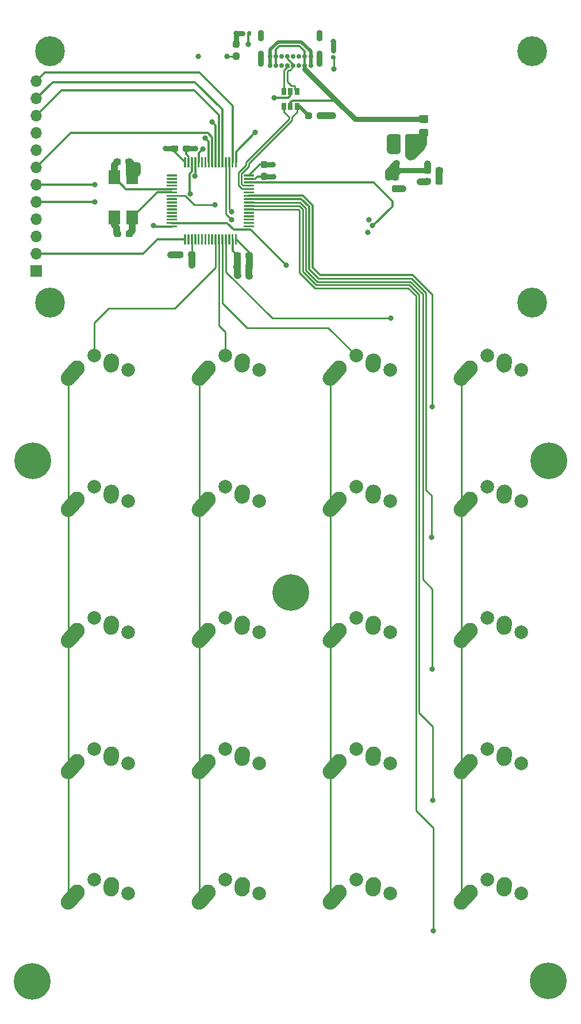
<source format=gbr>
%TF.GenerationSoftware,KiCad,Pcbnew,(5.1.6)-1*%
%TF.CreationDate,2020-12-15T22:49:57+02:00*%
%TF.ProjectId,macropad,6d616372-6f70-4616-942e-6b696361645f,rev?*%
%TF.SameCoordinates,Original*%
%TF.FileFunction,Copper,L1,Top*%
%TF.FilePolarity,Positive*%
%FSLAX46Y46*%
G04 Gerber Fmt 4.6, Leading zero omitted, Abs format (unit mm)*
G04 Created by KiCad (PCBNEW (5.1.6)-1) date 2020-12-15 22:49:57*
%MOMM*%
%LPD*%
G01*
G04 APERTURE LIST*
%TA.AperFunction,ComponentPad*%
%ADD10R,1.700000X1.700000*%
%TD*%
%TA.AperFunction,ComponentPad*%
%ADD11O,1.700000X1.700000*%
%TD*%
%TA.AperFunction,ComponentPad*%
%ADD12C,2.000000*%
%TD*%
%TA.AperFunction,ComponentPad*%
%ADD13C,2.250000*%
%TD*%
%TA.AperFunction,ComponentPad*%
%ADD14C,0.800000*%
%TD*%
%TA.AperFunction,ComponentPad*%
%ADD15C,5.400000*%
%TD*%
%TA.AperFunction,ComponentPad*%
%ADD16C,0.700000*%
%TD*%
%TA.AperFunction,ComponentPad*%
%ADD17C,4.400000*%
%TD*%
%TA.AperFunction,ComponentPad*%
%ADD18O,0.900000X2.400000*%
%TD*%
%TA.AperFunction,ComponentPad*%
%ADD19O,0.900000X1.700000*%
%TD*%
%TA.AperFunction,SMDPad,CuDef*%
%ADD20R,0.900000X0.800000*%
%TD*%
%TA.AperFunction,SMDPad,CuDef*%
%ADD21R,0.650000X1.060000*%
%TD*%
%TA.AperFunction,SMDPad,CuDef*%
%ADD22R,1.700000X2.100000*%
%TD*%
%TA.AperFunction,ViaPad*%
%ADD23C,0.800000*%
%TD*%
%TA.AperFunction,Conductor*%
%ADD24C,0.300000*%
%TD*%
%TA.AperFunction,Conductor*%
%ADD25C,0.500000*%
%TD*%
%TA.AperFunction,Conductor*%
%ADD26C,0.750000*%
%TD*%
%TA.AperFunction,Conductor*%
%ADD27C,1.000000*%
%TD*%
%TA.AperFunction,Conductor*%
%ADD28C,0.250000*%
%TD*%
%TA.AperFunction,Conductor*%
%ADD29C,0.400000*%
%TD*%
%TA.AperFunction,Conductor*%
%ADD30C,0.260000*%
%TD*%
G04 APERTURE END LIST*
D10*
%TO.P,J3,1*%
%TO.N,GND*%
X81900000Y-74050000D03*
D11*
%TO.P,J3,2*%
%TO.N,LCD_LED*%
X81900000Y-71510000D03*
%TO.P,J3,3*%
%TO.N,+3V3*%
X81900000Y-68970000D03*
%TO.P,J3,4*%
%TO.N,TS_IQR*%
X81900000Y-66430000D03*
%TO.P,J3,5*%
%TO.N,TS_BSY*%
X81900000Y-63890000D03*
%TO.P,J3,6*%
%TO.N,TS_CS*%
X81900000Y-61350000D03*
%TO.P,J3,7*%
%TO.N,SPI_MISO*%
X81900000Y-58810000D03*
%TO.P,J3,8*%
%TO.N,SPI_MOSI*%
X81900000Y-56270000D03*
%TO.P,J3,9*%
%TO.N,SPI_SCK*%
X81900000Y-53730000D03*
%TO.P,J3,10*%
%TO.N,LCD_CS*%
X81900000Y-51190000D03*
%TO.P,J3,11*%
%TO.N,LCD_DC*%
X81900000Y-48650000D03*
%TO.P,J3,12*%
%TO.N,LCD_RST*%
X81900000Y-46110000D03*
%TD*%
D12*
%TO.P,SW2,2*%
%TO.N,Col2*%
X109700000Y-86500000D03*
%TO.P,SW2,1*%
%TO.N,Net-(D2-Pad2)*%
X114700000Y-88600000D03*
D13*
%TO.P,SW2,2*%
%TO.N,Col2*%
X107200000Y-88400000D03*
%TA.AperFunction,ComponentPad*%
G36*
G01*
X105138688Y-90697351D02*
X105138688Y-90697350D01*
G75*
G02*
X105052650Y-89108688I751312J837350D01*
G01*
X106362640Y-87648680D01*
G75*
G02*
X107951302Y-87562642I837350J-751312D01*
G01*
X107951302Y-87562642D01*
G75*
G02*
X108037340Y-89151304I-751312J-837350D01*
G01*
X106727350Y-90611312D01*
G75*
G02*
X105138688Y-90697350I-837350J751312D01*
G01*
G37*
%TD.AperFunction*%
%TO.P,SW2,1*%
%TO.N,Net-(D2-Pad2)*%
X112240000Y-87320000D03*
%TA.AperFunction,ComponentPad*%
G36*
G01*
X112123483Y-89022395D02*
X112123483Y-89022395D01*
G75*
G02*
X111077605Y-87823483I76517J1122395D01*
G01*
X111117147Y-87243451D01*
G75*
G02*
X112316059Y-86197573I1122395J-76517D01*
G01*
X112316059Y-86197573D01*
G75*
G02*
X113361937Y-87396485I-76517J-1122395D01*
G01*
X113322395Y-87976517D01*
G75*
G02*
X112123483Y-89022395I-1122395J76517D01*
G01*
G37*
%TD.AperFunction*%
%TD*%
D14*
%TO.P,H9,1*%
%TO.N,GND*%
X158781891Y-177118109D03*
X157350000Y-176525000D03*
X155918109Y-177118109D03*
X155325000Y-178550000D03*
X155918109Y-179981891D03*
X157350000Y-180575000D03*
X158781891Y-179981891D03*
X159375000Y-178550000D03*
D15*
X157350000Y-178550000D03*
%TD*%
D16*
%TO.P,H4,1*%
%TO.N,GND*%
X156066726Y-77533274D03*
X154900000Y-77050000D03*
X153733274Y-77533274D03*
X153250000Y-78700000D03*
X153733274Y-79866726D03*
X154900000Y-80350000D03*
X156066726Y-79866726D03*
X156550000Y-78700000D03*
D17*
X154900000Y-78700000D03*
%TD*%
D16*
%TO.P,H3,1*%
%TO.N,GND*%
X85066726Y-77533274D03*
X83900000Y-77050000D03*
X82733274Y-77533274D03*
X82250000Y-78700000D03*
X82733274Y-79866726D03*
X83900000Y-80350000D03*
X85066726Y-79866726D03*
X85550000Y-78700000D03*
D17*
X83900000Y-78700000D03*
%TD*%
D16*
%TO.P,H2,1*%
%TO.N,GND*%
X156066726Y-40533274D03*
X154900000Y-40050000D03*
X153733274Y-40533274D03*
X153250000Y-41700000D03*
X153733274Y-42866726D03*
X154900000Y-43350000D03*
X156066726Y-42866726D03*
X156550000Y-41700000D03*
D17*
X154900000Y-41700000D03*
%TD*%
D16*
%TO.P,H1,1*%
%TO.N,GND*%
X85066726Y-40533274D03*
X83900000Y-40050000D03*
X82733274Y-40533274D03*
X82250000Y-41700000D03*
X82733274Y-42866726D03*
X83900000Y-43350000D03*
X85066726Y-42866726D03*
X85550000Y-41700000D03*
D17*
X83900000Y-41700000D03*
%TD*%
%TO.P,FB1,1*%
%TO.N,Net-(C1-Pad1)*%
%TA.AperFunction,SMDPad,CuDef*%
G36*
G01*
X139400001Y-54315000D02*
X138499999Y-54315000D01*
G75*
G02*
X138250000Y-54065001I0J249999D01*
G01*
X138250000Y-53414999D01*
G75*
G02*
X138499999Y-53165000I249999J0D01*
G01*
X139400001Y-53165000D01*
G75*
G02*
X139650000Y-53414999I0J-249999D01*
G01*
X139650000Y-54065001D01*
G75*
G02*
X139400001Y-54315000I-249999J0D01*
G01*
G37*
%TD.AperFunction*%
%TO.P,FB1,2*%
%TO.N,+5V*%
%TA.AperFunction,SMDPad,CuDef*%
G36*
G01*
X139400001Y-52265000D02*
X138499999Y-52265000D01*
G75*
G02*
X138250000Y-52015001I0J249999D01*
G01*
X138250000Y-51364999D01*
G75*
G02*
X138499999Y-51115000I249999J0D01*
G01*
X139400001Y-51115000D01*
G75*
G02*
X139650000Y-51364999I0J-249999D01*
G01*
X139650000Y-52015001D01*
G75*
G02*
X139400001Y-52265000I-249999J0D01*
G01*
G37*
%TD.AperFunction*%
%TD*%
D15*
%TO.P,H5,1*%
%TO.N,GND*%
X81400000Y-102000000D03*
D14*
X83425000Y-102000000D03*
X82831891Y-103431891D03*
X81400000Y-104025000D03*
X79968109Y-103431891D03*
X79375000Y-102000000D03*
X79968109Y-100568109D03*
X81400000Y-99975000D03*
X82831891Y-100568109D03*
%TD*%
D15*
%TO.P,H6,1*%
%TO.N,GND*%
X157400000Y-102000000D03*
D14*
X159425000Y-102000000D03*
X158831891Y-103431891D03*
X157400000Y-104025000D03*
X155968109Y-103431891D03*
X155375000Y-102000000D03*
X155968109Y-100568109D03*
X157400000Y-99975000D03*
X158831891Y-100568109D03*
%TD*%
%TO.P,H7,1*%
%TO.N,GND*%
X120781891Y-119943109D03*
X119350000Y-119350000D03*
X117918109Y-119943109D03*
X117325000Y-121375000D03*
X117918109Y-122806891D03*
X119350000Y-123400000D03*
X120781891Y-122806891D03*
X121375000Y-121375000D03*
D15*
X119350000Y-121375000D03*
%TD*%
D14*
%TO.P,H8,1*%
%TO.N,GND*%
X82706891Y-177168109D03*
X81275000Y-176575000D03*
X79843109Y-177168109D03*
X79250000Y-178600000D03*
X79843109Y-180031891D03*
X81275000Y-180625000D03*
X82706891Y-180031891D03*
X83300000Y-178600000D03*
D15*
X81275000Y-178600000D03*
%TD*%
D16*
%TO.P,J1,A1*%
%TO.N,GND*%
X122300000Y-43800000D03*
%TO.P,J1,A4*%
%TO.N,+5V*%
X121450000Y-43800000D03*
%TO.P,J1,A5*%
%TO.N,Net-(J1-PadA5)*%
X120600000Y-43800000D03*
%TO.P,J1,A6*%
%TO.N,USB_D+*%
X119750000Y-43800000D03*
%TO.P,J1,A7*%
%TO.N,USB_D-*%
X118900000Y-43800000D03*
%TO.P,J1,A8*%
%TO.N,Net-(J1-PadA8)*%
X118050000Y-43800000D03*
%TO.P,J1,A9*%
%TO.N,+5V*%
X117200000Y-43800000D03*
%TO.P,J1,A12*%
%TO.N,GND*%
X116350000Y-43800000D03*
%TO.P,J1,B9*%
%TO.N,+5V*%
X121450000Y-42450000D03*
%TO.P,J1,B7*%
%TO.N,USB_D-*%
X119750000Y-42450000D03*
%TO.P,J1,B8*%
%TO.N,Net-(J1-PadB8)*%
X120600000Y-42450000D03*
%TO.P,J1,B12*%
%TO.N,GND*%
X122300000Y-42450000D03*
%TO.P,J1,B5*%
%TO.N,Net-(J1-PadB5)*%
X118050000Y-42450000D03*
%TO.P,J1,B4*%
%TO.N,+5V*%
X117200000Y-42450000D03*
%TO.P,J1,B1*%
%TO.N,GND*%
X116350000Y-42450000D03*
%TO.P,J1,B6*%
%TO.N,USB_D+*%
X118900000Y-42450000D03*
D18*
%TO.P,J1,S1*%
%TO.N,Net-(J1-PadS1)*%
X123650000Y-42820000D03*
X115000000Y-42820000D03*
D19*
X123650000Y-39440000D03*
X115000000Y-39440000D03*
%TD*%
%TO.P,LED1,1*%
%TO.N,Net-(LED1-Pad1)*%
%TA.AperFunction,SMDPad,CuDef*%
G36*
G01*
X141780000Y-59047500D02*
X141780000Y-59522500D01*
G75*
G02*
X141542500Y-59760000I-237500J0D01*
G01*
X140967500Y-59760000D01*
G75*
G02*
X140730000Y-59522500I0J237500D01*
G01*
X140730000Y-59047500D01*
G75*
G02*
X140967500Y-58810000I237500J0D01*
G01*
X141542500Y-58810000D01*
G75*
G02*
X141780000Y-59047500I0J-237500D01*
G01*
G37*
%TD.AperFunction*%
%TO.P,LED1,2*%
%TO.N,+3V3*%
%TA.AperFunction,SMDPad,CuDef*%
G36*
G01*
X140030000Y-59047500D02*
X140030000Y-59522500D01*
G75*
G02*
X139792500Y-59760000I-237500J0D01*
G01*
X139217500Y-59760000D01*
G75*
G02*
X138980000Y-59522500I0J237500D01*
G01*
X138980000Y-59047500D01*
G75*
G02*
X139217500Y-58810000I237500J0D01*
G01*
X139792500Y-58810000D01*
G75*
G02*
X140030000Y-59047500I0J-237500D01*
G01*
G37*
%TD.AperFunction*%
%TD*%
%TO.P,SW1,1*%
%TO.N,Net-(D1-Pad2)*%
%TA.AperFunction,ComponentPad*%
G36*
G01*
X92823483Y-89022395D02*
X92823483Y-89022395D01*
G75*
G02*
X91777605Y-87823483I76517J1122395D01*
G01*
X91817147Y-87243451D01*
G75*
G02*
X93016059Y-86197573I1122395J-76517D01*
G01*
X93016059Y-86197573D01*
G75*
G02*
X94061937Y-87396485I-76517J-1122395D01*
G01*
X94022395Y-87976517D01*
G75*
G02*
X92823483Y-89022395I-1122395J76517D01*
G01*
G37*
%TD.AperFunction*%
D13*
X92940000Y-87320000D03*
%TO.P,SW1,2*%
%TO.N,Col1*%
%TA.AperFunction,ComponentPad*%
G36*
G01*
X85838688Y-90697351D02*
X85838688Y-90697350D01*
G75*
G02*
X85752650Y-89108688I751312J837350D01*
G01*
X87062640Y-87648680D01*
G75*
G02*
X88651302Y-87562642I837350J-751312D01*
G01*
X88651302Y-87562642D01*
G75*
G02*
X88737340Y-89151304I-751312J-837350D01*
G01*
X87427350Y-90611312D01*
G75*
G02*
X85838688Y-90697350I-837350J751312D01*
G01*
G37*
%TD.AperFunction*%
X87900000Y-88400000D03*
D12*
%TO.P,SW1,1*%
%TO.N,Net-(D1-Pad2)*%
X95400000Y-88600000D03*
%TO.P,SW1,2*%
%TO.N,Col1*%
X90400000Y-86500000D03*
%TD*%
%TO.P,SW3,2*%
%TO.N,Col3*%
X129000000Y-86500000D03*
%TO.P,SW3,1*%
%TO.N,Net-(D3-Pad2)*%
X134000000Y-88600000D03*
D13*
%TO.P,SW3,2*%
%TO.N,Col3*%
X126500000Y-88400000D03*
%TA.AperFunction,ComponentPad*%
G36*
G01*
X124438688Y-90697351D02*
X124438688Y-90697350D01*
G75*
G02*
X124352650Y-89108688I751312J837350D01*
G01*
X125662640Y-87648680D01*
G75*
G02*
X127251302Y-87562642I837350J-751312D01*
G01*
X127251302Y-87562642D01*
G75*
G02*
X127337340Y-89151304I-751312J-837350D01*
G01*
X126027350Y-90611312D01*
G75*
G02*
X124438688Y-90697350I-837350J751312D01*
G01*
G37*
%TD.AperFunction*%
%TO.P,SW3,1*%
%TO.N,Net-(D3-Pad2)*%
X131540000Y-87320000D03*
%TA.AperFunction,ComponentPad*%
G36*
G01*
X131423483Y-89022395D02*
X131423483Y-89022395D01*
G75*
G02*
X130377605Y-87823483I76517J1122395D01*
G01*
X130417147Y-87243451D01*
G75*
G02*
X131616059Y-86197573I1122395J-76517D01*
G01*
X131616059Y-86197573D01*
G75*
G02*
X132661937Y-87396485I-76517J-1122395D01*
G01*
X132622395Y-87976517D01*
G75*
G02*
X131423483Y-89022395I-1122395J76517D01*
G01*
G37*
%TD.AperFunction*%
%TD*%
%TO.P,SW4,1*%
%TO.N,Net-(D4-Pad2)*%
%TA.AperFunction,ComponentPad*%
G36*
G01*
X150723483Y-89022395D02*
X150723483Y-89022395D01*
G75*
G02*
X149677605Y-87823483I76517J1122395D01*
G01*
X149717147Y-87243451D01*
G75*
G02*
X150916059Y-86197573I1122395J-76517D01*
G01*
X150916059Y-86197573D01*
G75*
G02*
X151961937Y-87396485I-76517J-1122395D01*
G01*
X151922395Y-87976517D01*
G75*
G02*
X150723483Y-89022395I-1122395J76517D01*
G01*
G37*
%TD.AperFunction*%
X150840000Y-87320000D03*
%TO.P,SW4,2*%
%TO.N,Col4*%
%TA.AperFunction,ComponentPad*%
G36*
G01*
X143738688Y-90697351D02*
X143738688Y-90697350D01*
G75*
G02*
X143652650Y-89108688I751312J837350D01*
G01*
X144962640Y-87648680D01*
G75*
G02*
X146551302Y-87562642I837350J-751312D01*
G01*
X146551302Y-87562642D01*
G75*
G02*
X146637340Y-89151304I-751312J-837350D01*
G01*
X145327350Y-90611312D01*
G75*
G02*
X143738688Y-90697350I-837350J751312D01*
G01*
G37*
%TD.AperFunction*%
X145800000Y-88400000D03*
D12*
%TO.P,SW4,1*%
%TO.N,Net-(D4-Pad2)*%
X153300000Y-88600000D03*
%TO.P,SW4,2*%
%TO.N,Col4*%
X148300000Y-86500000D03*
%TD*%
%TO.P,SW5,2*%
%TO.N,Col1*%
X90400000Y-105800000D03*
%TO.P,SW5,1*%
%TO.N,Net-(D5-Pad2)*%
X95400000Y-107900000D03*
D13*
%TO.P,SW5,2*%
%TO.N,Col1*%
X87900000Y-107700000D03*
%TA.AperFunction,ComponentPad*%
G36*
G01*
X85838688Y-109997351D02*
X85838688Y-109997350D01*
G75*
G02*
X85752650Y-108408688I751312J837350D01*
G01*
X87062640Y-106948680D01*
G75*
G02*
X88651302Y-106862642I837350J-751312D01*
G01*
X88651302Y-106862642D01*
G75*
G02*
X88737340Y-108451304I-751312J-837350D01*
G01*
X87427350Y-109911312D01*
G75*
G02*
X85838688Y-109997350I-837350J751312D01*
G01*
G37*
%TD.AperFunction*%
%TO.P,SW5,1*%
%TO.N,Net-(D5-Pad2)*%
X92940000Y-106620000D03*
%TA.AperFunction,ComponentPad*%
G36*
G01*
X92823483Y-108322395D02*
X92823483Y-108322395D01*
G75*
G02*
X91777605Y-107123483I76517J1122395D01*
G01*
X91817147Y-106543451D01*
G75*
G02*
X93016059Y-105497573I1122395J-76517D01*
G01*
X93016059Y-105497573D01*
G75*
G02*
X94061937Y-106696485I-76517J-1122395D01*
G01*
X94022395Y-107276517D01*
G75*
G02*
X92823483Y-108322395I-1122395J76517D01*
G01*
G37*
%TD.AperFunction*%
%TD*%
%TO.P,SW6,1*%
%TO.N,Net-(D6-Pad2)*%
%TA.AperFunction,ComponentPad*%
G36*
G01*
X112123483Y-108322395D02*
X112123483Y-108322395D01*
G75*
G02*
X111077605Y-107123483I76517J1122395D01*
G01*
X111117147Y-106543451D01*
G75*
G02*
X112316059Y-105497573I1122395J-76517D01*
G01*
X112316059Y-105497573D01*
G75*
G02*
X113361937Y-106696485I-76517J-1122395D01*
G01*
X113322395Y-107276517D01*
G75*
G02*
X112123483Y-108322395I-1122395J76517D01*
G01*
G37*
%TD.AperFunction*%
X112240000Y-106620000D03*
%TO.P,SW6,2*%
%TO.N,Col2*%
%TA.AperFunction,ComponentPad*%
G36*
G01*
X105138688Y-109997351D02*
X105138688Y-109997350D01*
G75*
G02*
X105052650Y-108408688I751312J837350D01*
G01*
X106362640Y-106948680D01*
G75*
G02*
X107951302Y-106862642I837350J-751312D01*
G01*
X107951302Y-106862642D01*
G75*
G02*
X108037340Y-108451304I-751312J-837350D01*
G01*
X106727350Y-109911312D01*
G75*
G02*
X105138688Y-109997350I-837350J751312D01*
G01*
G37*
%TD.AperFunction*%
X107200000Y-107700000D03*
D12*
%TO.P,SW6,1*%
%TO.N,Net-(D6-Pad2)*%
X114700000Y-107900000D03*
%TO.P,SW6,2*%
%TO.N,Col2*%
X109700000Y-105800000D03*
%TD*%
%TO.P,SW7,1*%
%TO.N,Net-(D7-Pad2)*%
%TA.AperFunction,ComponentPad*%
G36*
G01*
X131423483Y-108322395D02*
X131423483Y-108322395D01*
G75*
G02*
X130377605Y-107123483I76517J1122395D01*
G01*
X130417147Y-106543451D01*
G75*
G02*
X131616059Y-105497573I1122395J-76517D01*
G01*
X131616059Y-105497573D01*
G75*
G02*
X132661937Y-106696485I-76517J-1122395D01*
G01*
X132622395Y-107276517D01*
G75*
G02*
X131423483Y-108322395I-1122395J76517D01*
G01*
G37*
%TD.AperFunction*%
D13*
X131540000Y-106620000D03*
%TO.P,SW7,2*%
%TO.N,Col3*%
%TA.AperFunction,ComponentPad*%
G36*
G01*
X124438688Y-109997351D02*
X124438688Y-109997350D01*
G75*
G02*
X124352650Y-108408688I751312J837350D01*
G01*
X125662640Y-106948680D01*
G75*
G02*
X127251302Y-106862642I837350J-751312D01*
G01*
X127251302Y-106862642D01*
G75*
G02*
X127337340Y-108451304I-751312J-837350D01*
G01*
X126027350Y-109911312D01*
G75*
G02*
X124438688Y-109997350I-837350J751312D01*
G01*
G37*
%TD.AperFunction*%
X126500000Y-107700000D03*
D12*
%TO.P,SW7,1*%
%TO.N,Net-(D7-Pad2)*%
X134000000Y-107900000D03*
%TO.P,SW7,2*%
%TO.N,Col3*%
X129000000Y-105800000D03*
%TD*%
%TO.P,SW8,2*%
%TO.N,Col4*%
X148300000Y-105800000D03*
%TO.P,SW8,1*%
%TO.N,Net-(D8-Pad2)*%
X153300000Y-107900000D03*
D13*
%TO.P,SW8,2*%
%TO.N,Col4*%
X145800000Y-107700000D03*
%TA.AperFunction,ComponentPad*%
G36*
G01*
X143738688Y-109997351D02*
X143738688Y-109997350D01*
G75*
G02*
X143652650Y-108408688I751312J837350D01*
G01*
X144962640Y-106948680D01*
G75*
G02*
X146551302Y-106862642I837350J-751312D01*
G01*
X146551302Y-106862642D01*
G75*
G02*
X146637340Y-108451304I-751312J-837350D01*
G01*
X145327350Y-109911312D01*
G75*
G02*
X143738688Y-109997350I-837350J751312D01*
G01*
G37*
%TD.AperFunction*%
%TO.P,SW8,1*%
%TO.N,Net-(D8-Pad2)*%
X150840000Y-106620000D03*
%TA.AperFunction,ComponentPad*%
G36*
G01*
X150723483Y-108322395D02*
X150723483Y-108322395D01*
G75*
G02*
X149677605Y-107123483I76517J1122395D01*
G01*
X149717147Y-106543451D01*
G75*
G02*
X150916059Y-105497573I1122395J-76517D01*
G01*
X150916059Y-105497573D01*
G75*
G02*
X151961937Y-106696485I-76517J-1122395D01*
G01*
X151922395Y-107276517D01*
G75*
G02*
X150723483Y-108322395I-1122395J76517D01*
G01*
G37*
%TD.AperFunction*%
%TD*%
D12*
%TO.P,SW9,2*%
%TO.N,Col1*%
X90400000Y-125100000D03*
%TO.P,SW9,1*%
%TO.N,Net-(D9-Pad2)*%
X95400000Y-127200000D03*
D13*
%TO.P,SW9,2*%
%TO.N,Col1*%
X87900000Y-127000000D03*
%TA.AperFunction,ComponentPad*%
G36*
G01*
X85838688Y-129297351D02*
X85838688Y-129297350D01*
G75*
G02*
X85752650Y-127708688I751312J837350D01*
G01*
X87062640Y-126248680D01*
G75*
G02*
X88651302Y-126162642I837350J-751312D01*
G01*
X88651302Y-126162642D01*
G75*
G02*
X88737340Y-127751304I-751312J-837350D01*
G01*
X87427350Y-129211312D01*
G75*
G02*
X85838688Y-129297350I-837350J751312D01*
G01*
G37*
%TD.AperFunction*%
%TO.P,SW9,1*%
%TO.N,Net-(D9-Pad2)*%
X92940000Y-125920000D03*
%TA.AperFunction,ComponentPad*%
G36*
G01*
X92823483Y-127622395D02*
X92823483Y-127622395D01*
G75*
G02*
X91777605Y-126423483I76517J1122395D01*
G01*
X91817147Y-125843451D01*
G75*
G02*
X93016059Y-124797573I1122395J-76517D01*
G01*
X93016059Y-124797573D01*
G75*
G02*
X94061937Y-125996485I-76517J-1122395D01*
G01*
X94022395Y-126576517D01*
G75*
G02*
X92823483Y-127622395I-1122395J76517D01*
G01*
G37*
%TD.AperFunction*%
%TD*%
D12*
%TO.P,SW10,2*%
%TO.N,Col2*%
X109700000Y-125100000D03*
%TO.P,SW10,1*%
%TO.N,Net-(D10-Pad2)*%
X114700000Y-127200000D03*
D13*
%TO.P,SW10,2*%
%TO.N,Col2*%
X107200000Y-127000000D03*
%TA.AperFunction,ComponentPad*%
G36*
G01*
X105138688Y-129297351D02*
X105138688Y-129297350D01*
G75*
G02*
X105052650Y-127708688I751312J837350D01*
G01*
X106362640Y-126248680D01*
G75*
G02*
X107951302Y-126162642I837350J-751312D01*
G01*
X107951302Y-126162642D01*
G75*
G02*
X108037340Y-127751304I-751312J-837350D01*
G01*
X106727350Y-129211312D01*
G75*
G02*
X105138688Y-129297350I-837350J751312D01*
G01*
G37*
%TD.AperFunction*%
%TO.P,SW10,1*%
%TO.N,Net-(D10-Pad2)*%
X112240000Y-125920000D03*
%TA.AperFunction,ComponentPad*%
G36*
G01*
X112123483Y-127622395D02*
X112123483Y-127622395D01*
G75*
G02*
X111077605Y-126423483I76517J1122395D01*
G01*
X111117147Y-125843451D01*
G75*
G02*
X112316059Y-124797573I1122395J-76517D01*
G01*
X112316059Y-124797573D01*
G75*
G02*
X113361937Y-125996485I-76517J-1122395D01*
G01*
X113322395Y-126576517D01*
G75*
G02*
X112123483Y-127622395I-1122395J76517D01*
G01*
G37*
%TD.AperFunction*%
%TD*%
D12*
%TO.P,SW11,2*%
%TO.N,Col3*%
X129000000Y-125100000D03*
%TO.P,SW11,1*%
%TO.N,Net-(D11-Pad2)*%
X134000000Y-127200000D03*
D13*
%TO.P,SW11,2*%
%TO.N,Col3*%
X126500000Y-127000000D03*
%TA.AperFunction,ComponentPad*%
G36*
G01*
X124438688Y-129297351D02*
X124438688Y-129297350D01*
G75*
G02*
X124352650Y-127708688I751312J837350D01*
G01*
X125662640Y-126248680D01*
G75*
G02*
X127251302Y-126162642I837350J-751312D01*
G01*
X127251302Y-126162642D01*
G75*
G02*
X127337340Y-127751304I-751312J-837350D01*
G01*
X126027350Y-129211312D01*
G75*
G02*
X124438688Y-129297350I-837350J751312D01*
G01*
G37*
%TD.AperFunction*%
%TO.P,SW11,1*%
%TO.N,Net-(D11-Pad2)*%
X131540000Y-125920000D03*
%TA.AperFunction,ComponentPad*%
G36*
G01*
X131423483Y-127622395D02*
X131423483Y-127622395D01*
G75*
G02*
X130377605Y-126423483I76517J1122395D01*
G01*
X130417147Y-125843451D01*
G75*
G02*
X131616059Y-124797573I1122395J-76517D01*
G01*
X131616059Y-124797573D01*
G75*
G02*
X132661937Y-125996485I-76517J-1122395D01*
G01*
X132622395Y-126576517D01*
G75*
G02*
X131423483Y-127622395I-1122395J76517D01*
G01*
G37*
%TD.AperFunction*%
%TD*%
%TO.P,SW12,1*%
%TO.N,Net-(D12-Pad2)*%
%TA.AperFunction,ComponentPad*%
G36*
G01*
X150723483Y-127622395D02*
X150723483Y-127622395D01*
G75*
G02*
X149677605Y-126423483I76517J1122395D01*
G01*
X149717147Y-125843451D01*
G75*
G02*
X150916059Y-124797573I1122395J-76517D01*
G01*
X150916059Y-124797573D01*
G75*
G02*
X151961937Y-125996485I-76517J-1122395D01*
G01*
X151922395Y-126576517D01*
G75*
G02*
X150723483Y-127622395I-1122395J76517D01*
G01*
G37*
%TD.AperFunction*%
X150840000Y-125920000D03*
%TO.P,SW12,2*%
%TO.N,Col4*%
%TA.AperFunction,ComponentPad*%
G36*
G01*
X143738688Y-129297351D02*
X143738688Y-129297350D01*
G75*
G02*
X143652650Y-127708688I751312J837350D01*
G01*
X144962640Y-126248680D01*
G75*
G02*
X146551302Y-126162642I837350J-751312D01*
G01*
X146551302Y-126162642D01*
G75*
G02*
X146637340Y-127751304I-751312J-837350D01*
G01*
X145327350Y-129211312D01*
G75*
G02*
X143738688Y-129297350I-837350J751312D01*
G01*
G37*
%TD.AperFunction*%
X145800000Y-127000000D03*
D12*
%TO.P,SW12,1*%
%TO.N,Net-(D12-Pad2)*%
X153300000Y-127200000D03*
%TO.P,SW12,2*%
%TO.N,Col4*%
X148300000Y-125100000D03*
%TD*%
%TO.P,SW13,1*%
%TO.N,Net-(D13-Pad2)*%
%TA.AperFunction,ComponentPad*%
G36*
G01*
X92823483Y-146922395D02*
X92823483Y-146922395D01*
G75*
G02*
X91777605Y-145723483I76517J1122395D01*
G01*
X91817147Y-145143451D01*
G75*
G02*
X93016059Y-144097573I1122395J-76517D01*
G01*
X93016059Y-144097573D01*
G75*
G02*
X94061937Y-145296485I-76517J-1122395D01*
G01*
X94022395Y-145876517D01*
G75*
G02*
X92823483Y-146922395I-1122395J76517D01*
G01*
G37*
%TD.AperFunction*%
D13*
X92940000Y-145220000D03*
%TO.P,SW13,2*%
%TO.N,Col1*%
%TA.AperFunction,ComponentPad*%
G36*
G01*
X85838688Y-148597351D02*
X85838688Y-148597350D01*
G75*
G02*
X85752650Y-147008688I751312J837350D01*
G01*
X87062640Y-145548680D01*
G75*
G02*
X88651302Y-145462642I837350J-751312D01*
G01*
X88651302Y-145462642D01*
G75*
G02*
X88737340Y-147051304I-751312J-837350D01*
G01*
X87427350Y-148511312D01*
G75*
G02*
X85838688Y-148597350I-837350J751312D01*
G01*
G37*
%TD.AperFunction*%
X87900000Y-146300000D03*
D12*
%TO.P,SW13,1*%
%TO.N,Net-(D13-Pad2)*%
X95400000Y-146500000D03*
%TO.P,SW13,2*%
%TO.N,Col1*%
X90400000Y-144400000D03*
%TD*%
%TO.P,SW14,1*%
%TO.N,Net-(D14-Pad2)*%
%TA.AperFunction,ComponentPad*%
G36*
G01*
X112123483Y-146922395D02*
X112123483Y-146922395D01*
G75*
G02*
X111077605Y-145723483I76517J1122395D01*
G01*
X111117147Y-145143451D01*
G75*
G02*
X112316059Y-144097573I1122395J-76517D01*
G01*
X112316059Y-144097573D01*
G75*
G02*
X113361937Y-145296485I-76517J-1122395D01*
G01*
X113322395Y-145876517D01*
G75*
G02*
X112123483Y-146922395I-1122395J76517D01*
G01*
G37*
%TD.AperFunction*%
D13*
X112240000Y-145220000D03*
%TO.P,SW14,2*%
%TO.N,Col2*%
%TA.AperFunction,ComponentPad*%
G36*
G01*
X105138688Y-148597351D02*
X105138688Y-148597350D01*
G75*
G02*
X105052650Y-147008688I751312J837350D01*
G01*
X106362640Y-145548680D01*
G75*
G02*
X107951302Y-145462642I837350J-751312D01*
G01*
X107951302Y-145462642D01*
G75*
G02*
X108037340Y-147051304I-751312J-837350D01*
G01*
X106727350Y-148511312D01*
G75*
G02*
X105138688Y-148597350I-837350J751312D01*
G01*
G37*
%TD.AperFunction*%
X107200000Y-146300000D03*
D12*
%TO.P,SW14,1*%
%TO.N,Net-(D14-Pad2)*%
X114700000Y-146500000D03*
%TO.P,SW14,2*%
%TO.N,Col2*%
X109700000Y-144400000D03*
%TD*%
%TO.P,SW15,1*%
%TO.N,Net-(D15-Pad2)*%
%TA.AperFunction,ComponentPad*%
G36*
G01*
X131423483Y-146922395D02*
X131423483Y-146922395D01*
G75*
G02*
X130377605Y-145723483I76517J1122395D01*
G01*
X130417147Y-145143451D01*
G75*
G02*
X131616059Y-144097573I1122395J-76517D01*
G01*
X131616059Y-144097573D01*
G75*
G02*
X132661937Y-145296485I-76517J-1122395D01*
G01*
X132622395Y-145876517D01*
G75*
G02*
X131423483Y-146922395I-1122395J76517D01*
G01*
G37*
%TD.AperFunction*%
D13*
X131540000Y-145220000D03*
%TO.P,SW15,2*%
%TO.N,Col3*%
%TA.AperFunction,ComponentPad*%
G36*
G01*
X124438688Y-148597351D02*
X124438688Y-148597350D01*
G75*
G02*
X124352650Y-147008688I751312J837350D01*
G01*
X125662640Y-145548680D01*
G75*
G02*
X127251302Y-145462642I837350J-751312D01*
G01*
X127251302Y-145462642D01*
G75*
G02*
X127337340Y-147051304I-751312J-837350D01*
G01*
X126027350Y-148511312D01*
G75*
G02*
X124438688Y-148597350I-837350J751312D01*
G01*
G37*
%TD.AperFunction*%
X126500000Y-146300000D03*
D12*
%TO.P,SW15,1*%
%TO.N,Net-(D15-Pad2)*%
X134000000Y-146500000D03*
%TO.P,SW15,2*%
%TO.N,Col3*%
X129000000Y-144400000D03*
%TD*%
%TO.P,SW16,1*%
%TO.N,Net-(D16-Pad2)*%
%TA.AperFunction,ComponentPad*%
G36*
G01*
X150723483Y-146922395D02*
X150723483Y-146922395D01*
G75*
G02*
X149677605Y-145723483I76517J1122395D01*
G01*
X149717147Y-145143451D01*
G75*
G02*
X150916059Y-144097573I1122395J-76517D01*
G01*
X150916059Y-144097573D01*
G75*
G02*
X151961937Y-145296485I-76517J-1122395D01*
G01*
X151922395Y-145876517D01*
G75*
G02*
X150723483Y-146922395I-1122395J76517D01*
G01*
G37*
%TD.AperFunction*%
D13*
X150840000Y-145220000D03*
%TO.P,SW16,2*%
%TO.N,Col4*%
%TA.AperFunction,ComponentPad*%
G36*
G01*
X143738688Y-148597351D02*
X143738688Y-148597350D01*
G75*
G02*
X143652650Y-147008688I751312J837350D01*
G01*
X144962640Y-145548680D01*
G75*
G02*
X146551302Y-145462642I837350J-751312D01*
G01*
X146551302Y-145462642D01*
G75*
G02*
X146637340Y-147051304I-751312J-837350D01*
G01*
X145327350Y-148511312D01*
G75*
G02*
X143738688Y-148597350I-837350J751312D01*
G01*
G37*
%TD.AperFunction*%
X145800000Y-146300000D03*
D12*
%TO.P,SW16,1*%
%TO.N,Net-(D16-Pad2)*%
X153300000Y-146500000D03*
%TO.P,SW16,2*%
%TO.N,Col4*%
X148300000Y-144400000D03*
%TD*%
%TO.P,SW17,2*%
%TO.N,Col1*%
X90400000Y-163600000D03*
%TO.P,SW17,1*%
%TO.N,Net-(D17-Pad2)*%
X95400000Y-165700000D03*
D13*
%TO.P,SW17,2*%
%TO.N,Col1*%
X87900000Y-165500000D03*
%TA.AperFunction,ComponentPad*%
G36*
G01*
X85838688Y-167797351D02*
X85838688Y-167797350D01*
G75*
G02*
X85752650Y-166208688I751312J837350D01*
G01*
X87062640Y-164748680D01*
G75*
G02*
X88651302Y-164662642I837350J-751312D01*
G01*
X88651302Y-164662642D01*
G75*
G02*
X88737340Y-166251304I-751312J-837350D01*
G01*
X87427350Y-167711312D01*
G75*
G02*
X85838688Y-167797350I-837350J751312D01*
G01*
G37*
%TD.AperFunction*%
%TO.P,SW17,1*%
%TO.N,Net-(D17-Pad2)*%
X92940000Y-164420000D03*
%TA.AperFunction,ComponentPad*%
G36*
G01*
X92823483Y-166122395D02*
X92823483Y-166122395D01*
G75*
G02*
X91777605Y-164923483I76517J1122395D01*
G01*
X91817147Y-164343451D01*
G75*
G02*
X93016059Y-163297573I1122395J-76517D01*
G01*
X93016059Y-163297573D01*
G75*
G02*
X94061937Y-164496485I-76517J-1122395D01*
G01*
X94022395Y-165076517D01*
G75*
G02*
X92823483Y-166122395I-1122395J76517D01*
G01*
G37*
%TD.AperFunction*%
%TD*%
D12*
%TO.P,SW18,2*%
%TO.N,Col2*%
X109700000Y-163600000D03*
%TO.P,SW18,1*%
%TO.N,Net-(D18-Pad2)*%
X114700000Y-165700000D03*
D13*
%TO.P,SW18,2*%
%TO.N,Col2*%
X107200000Y-165500000D03*
%TA.AperFunction,ComponentPad*%
G36*
G01*
X105138688Y-167797351D02*
X105138688Y-167797350D01*
G75*
G02*
X105052650Y-166208688I751312J837350D01*
G01*
X106362640Y-164748680D01*
G75*
G02*
X107951302Y-164662642I837350J-751312D01*
G01*
X107951302Y-164662642D01*
G75*
G02*
X108037340Y-166251304I-751312J-837350D01*
G01*
X106727350Y-167711312D01*
G75*
G02*
X105138688Y-167797350I-837350J751312D01*
G01*
G37*
%TD.AperFunction*%
%TO.P,SW18,1*%
%TO.N,Net-(D18-Pad2)*%
X112240000Y-164420000D03*
%TA.AperFunction,ComponentPad*%
G36*
G01*
X112123483Y-166122395D02*
X112123483Y-166122395D01*
G75*
G02*
X111077605Y-164923483I76517J1122395D01*
G01*
X111117147Y-164343451D01*
G75*
G02*
X112316059Y-163297573I1122395J-76517D01*
G01*
X112316059Y-163297573D01*
G75*
G02*
X113361937Y-164496485I-76517J-1122395D01*
G01*
X113322395Y-165076517D01*
G75*
G02*
X112123483Y-166122395I-1122395J76517D01*
G01*
G37*
%TD.AperFunction*%
%TD*%
D12*
%TO.P,SW19,2*%
%TO.N,Col3*%
X129000000Y-163600000D03*
%TO.P,SW19,1*%
%TO.N,Net-(D19-Pad2)*%
X134000000Y-165700000D03*
D13*
%TO.P,SW19,2*%
%TO.N,Col3*%
X126500000Y-165500000D03*
%TA.AperFunction,ComponentPad*%
G36*
G01*
X124438688Y-167797351D02*
X124438688Y-167797350D01*
G75*
G02*
X124352650Y-166208688I751312J837350D01*
G01*
X125662640Y-164748680D01*
G75*
G02*
X127251302Y-164662642I837350J-751312D01*
G01*
X127251302Y-164662642D01*
G75*
G02*
X127337340Y-166251304I-751312J-837350D01*
G01*
X126027350Y-167711312D01*
G75*
G02*
X124438688Y-167797350I-837350J751312D01*
G01*
G37*
%TD.AperFunction*%
%TO.P,SW19,1*%
%TO.N,Net-(D19-Pad2)*%
X131540000Y-164420000D03*
%TA.AperFunction,ComponentPad*%
G36*
G01*
X131423483Y-166122395D02*
X131423483Y-166122395D01*
G75*
G02*
X130377605Y-164923483I76517J1122395D01*
G01*
X130417147Y-164343451D01*
G75*
G02*
X131616059Y-163297573I1122395J-76517D01*
G01*
X131616059Y-163297573D01*
G75*
G02*
X132661937Y-164496485I-76517J-1122395D01*
G01*
X132622395Y-165076517D01*
G75*
G02*
X131423483Y-166122395I-1122395J76517D01*
G01*
G37*
%TD.AperFunction*%
%TD*%
%TO.P,SW20,1*%
%TO.N,Net-(D20-Pad2)*%
%TA.AperFunction,ComponentPad*%
G36*
G01*
X150723483Y-166122395D02*
X150723483Y-166122395D01*
G75*
G02*
X149677605Y-164923483I76517J1122395D01*
G01*
X149717147Y-164343451D01*
G75*
G02*
X150916059Y-163297573I1122395J-76517D01*
G01*
X150916059Y-163297573D01*
G75*
G02*
X151961937Y-164496485I-76517J-1122395D01*
G01*
X151922395Y-165076517D01*
G75*
G02*
X150723483Y-166122395I-1122395J76517D01*
G01*
G37*
%TD.AperFunction*%
X150840000Y-164420000D03*
%TO.P,SW20,2*%
%TO.N,Col4*%
%TA.AperFunction,ComponentPad*%
G36*
G01*
X143738688Y-167797351D02*
X143738688Y-167797350D01*
G75*
G02*
X143652650Y-166208688I751312J837350D01*
G01*
X144962640Y-164748680D01*
G75*
G02*
X146551302Y-164662642I837350J-751312D01*
G01*
X146551302Y-164662642D01*
G75*
G02*
X146637340Y-166251304I-751312J-837350D01*
G01*
X145327350Y-167711312D01*
G75*
G02*
X143738688Y-167797350I-837350J751312D01*
G01*
G37*
%TD.AperFunction*%
X145800000Y-165500000D03*
D12*
%TO.P,SW20,1*%
%TO.N,Net-(D20-Pad2)*%
X153300000Y-165700000D03*
%TO.P,SW20,2*%
%TO.N,Col4*%
X148300000Y-163600000D03*
%TD*%
D20*
%TO.P,U1,1*%
%TO.N,GND*%
X134980000Y-56360000D03*
%TO.P,U1,2*%
%TO.N,+3V3*%
X134980000Y-58260000D03*
%TO.P,U1,3*%
%TO.N,Net-(C1-Pad1)*%
X136980000Y-57310000D03*
%TD*%
D21*
%TO.P,U2,1*%
%TO.N,USB_D+*%
X120280000Y-47680000D03*
%TO.P,U2,2*%
%TO.N,GND*%
X119330000Y-47680000D03*
%TO.P,U2,3*%
%TO.N,USB_D-*%
X118380000Y-47680000D03*
%TO.P,U2,4*%
%TO.N,USBD-*%
X118380000Y-49880000D03*
%TO.P,U2,6*%
%TO.N,USBD+*%
X120280000Y-49880000D03*
%TO.P,U2,5*%
%TO.N,+5V*%
X119330000Y-49880000D03*
%TD*%
%TO.P,U3,1*%
%TO.N,Net-(U3-Pad1)*%
%TA.AperFunction,SMDPad,CuDef*%
G36*
G01*
X101100000Y-60075000D02*
X101100000Y-59925000D01*
G75*
G02*
X101175000Y-59850000I75000J0D01*
G01*
X102575000Y-59850000D01*
G75*
G02*
X102650000Y-59925000I0J-75000D01*
G01*
X102650000Y-60075000D01*
G75*
G02*
X102575000Y-60150000I-75000J0D01*
G01*
X101175000Y-60150000D01*
G75*
G02*
X101100000Y-60075000I0J75000D01*
G01*
G37*
%TD.AperFunction*%
%TO.P,U3,2*%
%TO.N,Net-(U3-Pad2)*%
%TA.AperFunction,SMDPad,CuDef*%
G36*
G01*
X101100000Y-60575000D02*
X101100000Y-60425000D01*
G75*
G02*
X101175000Y-60350000I75000J0D01*
G01*
X102575000Y-60350000D01*
G75*
G02*
X102650000Y-60425000I0J-75000D01*
G01*
X102650000Y-60575000D01*
G75*
G02*
X102575000Y-60650000I-75000J0D01*
G01*
X101175000Y-60650000D01*
G75*
G02*
X101100000Y-60575000I0J75000D01*
G01*
G37*
%TD.AperFunction*%
%TO.P,U3,3*%
%TO.N,Net-(U3-Pad3)*%
%TA.AperFunction,SMDPad,CuDef*%
G36*
G01*
X101100000Y-61075000D02*
X101100000Y-60925000D01*
G75*
G02*
X101175000Y-60850000I75000J0D01*
G01*
X102575000Y-60850000D01*
G75*
G02*
X102650000Y-60925000I0J-75000D01*
G01*
X102650000Y-61075000D01*
G75*
G02*
X102575000Y-61150000I-75000J0D01*
G01*
X101175000Y-61150000D01*
G75*
G02*
X101100000Y-61075000I0J75000D01*
G01*
G37*
%TD.AperFunction*%
%TO.P,U3,4*%
%TO.N,Net-(U3-Pad4)*%
%TA.AperFunction,SMDPad,CuDef*%
G36*
G01*
X101100000Y-61575000D02*
X101100000Y-61425000D01*
G75*
G02*
X101175000Y-61350000I75000J0D01*
G01*
X102575000Y-61350000D01*
G75*
G02*
X102650000Y-61425000I0J-75000D01*
G01*
X102650000Y-61575000D01*
G75*
G02*
X102575000Y-61650000I-75000J0D01*
G01*
X101175000Y-61650000D01*
G75*
G02*
X101100000Y-61575000I0J75000D01*
G01*
G37*
%TD.AperFunction*%
%TO.P,U3,5*%
%TO.N,HSE_IN*%
%TA.AperFunction,SMDPad,CuDef*%
G36*
G01*
X101100000Y-62075000D02*
X101100000Y-61925000D01*
G75*
G02*
X101175000Y-61850000I75000J0D01*
G01*
X102575000Y-61850000D01*
G75*
G02*
X102650000Y-61925000I0J-75000D01*
G01*
X102650000Y-62075000D01*
G75*
G02*
X102575000Y-62150000I-75000J0D01*
G01*
X101175000Y-62150000D01*
G75*
G02*
X101100000Y-62075000I0J75000D01*
G01*
G37*
%TD.AperFunction*%
%TO.P,U3,6*%
%TO.N,HSE_OUT*%
%TA.AperFunction,SMDPad,CuDef*%
G36*
G01*
X101100000Y-62575000D02*
X101100000Y-62425000D01*
G75*
G02*
X101175000Y-62350000I75000J0D01*
G01*
X102575000Y-62350000D01*
G75*
G02*
X102650000Y-62425000I0J-75000D01*
G01*
X102650000Y-62575000D01*
G75*
G02*
X102575000Y-62650000I-75000J0D01*
G01*
X101175000Y-62650000D01*
G75*
G02*
X101100000Y-62575000I0J75000D01*
G01*
G37*
%TD.AperFunction*%
%TO.P,U3,7*%
%TO.N,NRST*%
%TA.AperFunction,SMDPad,CuDef*%
G36*
G01*
X101100000Y-63075000D02*
X101100000Y-62925000D01*
G75*
G02*
X101175000Y-62850000I75000J0D01*
G01*
X102575000Y-62850000D01*
G75*
G02*
X102650000Y-62925000I0J-75000D01*
G01*
X102650000Y-63075000D01*
G75*
G02*
X102575000Y-63150000I-75000J0D01*
G01*
X101175000Y-63150000D01*
G75*
G02*
X101100000Y-63075000I0J75000D01*
G01*
G37*
%TD.AperFunction*%
%TO.P,U3,8*%
%TO.N,Net-(U3-Pad8)*%
%TA.AperFunction,SMDPad,CuDef*%
G36*
G01*
X101100000Y-63575000D02*
X101100000Y-63425000D01*
G75*
G02*
X101175000Y-63350000I75000J0D01*
G01*
X102575000Y-63350000D01*
G75*
G02*
X102650000Y-63425000I0J-75000D01*
G01*
X102650000Y-63575000D01*
G75*
G02*
X102575000Y-63650000I-75000J0D01*
G01*
X101175000Y-63650000D01*
G75*
G02*
X101100000Y-63575000I0J75000D01*
G01*
G37*
%TD.AperFunction*%
%TO.P,U3,9*%
%TO.N,Net-(U3-Pad9)*%
%TA.AperFunction,SMDPad,CuDef*%
G36*
G01*
X101100000Y-64075000D02*
X101100000Y-63925000D01*
G75*
G02*
X101175000Y-63850000I75000J0D01*
G01*
X102575000Y-63850000D01*
G75*
G02*
X102650000Y-63925000I0J-75000D01*
G01*
X102650000Y-64075000D01*
G75*
G02*
X102575000Y-64150000I-75000J0D01*
G01*
X101175000Y-64150000D01*
G75*
G02*
X101100000Y-64075000I0J75000D01*
G01*
G37*
%TD.AperFunction*%
%TO.P,U3,10*%
%TO.N,Net-(U3-Pad10)*%
%TA.AperFunction,SMDPad,CuDef*%
G36*
G01*
X101100000Y-64575000D02*
X101100000Y-64425000D01*
G75*
G02*
X101175000Y-64350000I75000J0D01*
G01*
X102575000Y-64350000D01*
G75*
G02*
X102650000Y-64425000I0J-75000D01*
G01*
X102650000Y-64575000D01*
G75*
G02*
X102575000Y-64650000I-75000J0D01*
G01*
X101175000Y-64650000D01*
G75*
G02*
X101100000Y-64575000I0J75000D01*
G01*
G37*
%TD.AperFunction*%
%TO.P,U3,11*%
%TO.N,Net-(U3-Pad11)*%
%TA.AperFunction,SMDPad,CuDef*%
G36*
G01*
X101100000Y-65075000D02*
X101100000Y-64925000D01*
G75*
G02*
X101175000Y-64850000I75000J0D01*
G01*
X102575000Y-64850000D01*
G75*
G02*
X102650000Y-64925000I0J-75000D01*
G01*
X102650000Y-65075000D01*
G75*
G02*
X102575000Y-65150000I-75000J0D01*
G01*
X101175000Y-65150000D01*
G75*
G02*
X101100000Y-65075000I0J75000D01*
G01*
G37*
%TD.AperFunction*%
%TO.P,U3,12*%
%TO.N,Net-(U3-Pad12)*%
%TA.AperFunction,SMDPad,CuDef*%
G36*
G01*
X101100000Y-65575000D02*
X101100000Y-65425000D01*
G75*
G02*
X101175000Y-65350000I75000J0D01*
G01*
X102575000Y-65350000D01*
G75*
G02*
X102650000Y-65425000I0J-75000D01*
G01*
X102650000Y-65575000D01*
G75*
G02*
X102575000Y-65650000I-75000J0D01*
G01*
X101175000Y-65650000D01*
G75*
G02*
X101100000Y-65575000I0J75000D01*
G01*
G37*
%TD.AperFunction*%
%TO.P,U3,13*%
%TO.N,Net-(U3-Pad13)*%
%TA.AperFunction,SMDPad,CuDef*%
G36*
G01*
X101100000Y-66075000D02*
X101100000Y-65925000D01*
G75*
G02*
X101175000Y-65850000I75000J0D01*
G01*
X102575000Y-65850000D01*
G75*
G02*
X102650000Y-65925000I0J-75000D01*
G01*
X102650000Y-66075000D01*
G75*
G02*
X102575000Y-66150000I-75000J0D01*
G01*
X101175000Y-66150000D01*
G75*
G02*
X101100000Y-66075000I0J75000D01*
G01*
G37*
%TD.AperFunction*%
%TO.P,U3,14*%
%TO.N,Net-(U3-Pad14)*%
%TA.AperFunction,SMDPad,CuDef*%
G36*
G01*
X101100000Y-66575000D02*
X101100000Y-66425000D01*
G75*
G02*
X101175000Y-66350000I75000J0D01*
G01*
X102575000Y-66350000D01*
G75*
G02*
X102650000Y-66425000I0J-75000D01*
G01*
X102650000Y-66575000D01*
G75*
G02*
X102575000Y-66650000I-75000J0D01*
G01*
X101175000Y-66650000D01*
G75*
G02*
X101100000Y-66575000I0J75000D01*
G01*
G37*
%TD.AperFunction*%
%TO.P,U3,15*%
%TO.N,SWO*%
%TA.AperFunction,SMDPad,CuDef*%
G36*
G01*
X101100000Y-67075000D02*
X101100000Y-66925000D01*
G75*
G02*
X101175000Y-66850000I75000J0D01*
G01*
X102575000Y-66850000D01*
G75*
G02*
X102650000Y-66925000I0J-75000D01*
G01*
X102650000Y-67075000D01*
G75*
G02*
X102575000Y-67150000I-75000J0D01*
G01*
X101175000Y-67150000D01*
G75*
G02*
X101100000Y-67075000I0J75000D01*
G01*
G37*
%TD.AperFunction*%
%TO.P,U3,16*%
%TO.N,TS_IQR*%
%TA.AperFunction,SMDPad,CuDef*%
G36*
G01*
X101100000Y-67575000D02*
X101100000Y-67425000D01*
G75*
G02*
X101175000Y-67350000I75000J0D01*
G01*
X102575000Y-67350000D01*
G75*
G02*
X102650000Y-67425000I0J-75000D01*
G01*
X102650000Y-67575000D01*
G75*
G02*
X102575000Y-67650000I-75000J0D01*
G01*
X101175000Y-67650000D01*
G75*
G02*
X101100000Y-67575000I0J75000D01*
G01*
G37*
%TD.AperFunction*%
%TO.P,U3,17*%
%TO.N,LCD_LED*%
%TA.AperFunction,SMDPad,CuDef*%
G36*
G01*
X103650000Y-70125000D02*
X103650000Y-68725000D01*
G75*
G02*
X103725000Y-68650000I75000J0D01*
G01*
X103875000Y-68650000D01*
G75*
G02*
X103950000Y-68725000I0J-75000D01*
G01*
X103950000Y-70125000D01*
G75*
G02*
X103875000Y-70200000I-75000J0D01*
G01*
X103725000Y-70200000D01*
G75*
G02*
X103650000Y-70125000I0J75000D01*
G01*
G37*
%TD.AperFunction*%
%TO.P,U3,18*%
%TO.N,Net-(U3-Pad18)*%
%TA.AperFunction,SMDPad,CuDef*%
G36*
G01*
X104150000Y-70125000D02*
X104150000Y-68725000D01*
G75*
G02*
X104225000Y-68650000I75000J0D01*
G01*
X104375000Y-68650000D01*
G75*
G02*
X104450000Y-68725000I0J-75000D01*
G01*
X104450000Y-70125000D01*
G75*
G02*
X104375000Y-70200000I-75000J0D01*
G01*
X104225000Y-70200000D01*
G75*
G02*
X104150000Y-70125000I0J75000D01*
G01*
G37*
%TD.AperFunction*%
%TO.P,U3,19*%
%TO.N,+3V3*%
%TA.AperFunction,SMDPad,CuDef*%
G36*
G01*
X104650000Y-70125000D02*
X104650000Y-68725000D01*
G75*
G02*
X104725000Y-68650000I75000J0D01*
G01*
X104875000Y-68650000D01*
G75*
G02*
X104950000Y-68725000I0J-75000D01*
G01*
X104950000Y-70125000D01*
G75*
G02*
X104875000Y-70200000I-75000J0D01*
G01*
X104725000Y-70200000D01*
G75*
G02*
X104650000Y-70125000I0J75000D01*
G01*
G37*
%TD.AperFunction*%
%TO.P,U3,20*%
%TO.N,Net-(U3-Pad20)*%
%TA.AperFunction,SMDPad,CuDef*%
G36*
G01*
X105150000Y-70125000D02*
X105150000Y-68725000D01*
G75*
G02*
X105225000Y-68650000I75000J0D01*
G01*
X105375000Y-68650000D01*
G75*
G02*
X105450000Y-68725000I0J-75000D01*
G01*
X105450000Y-70125000D01*
G75*
G02*
X105375000Y-70200000I-75000J0D01*
G01*
X105225000Y-70200000D01*
G75*
G02*
X105150000Y-70125000I0J75000D01*
G01*
G37*
%TD.AperFunction*%
%TO.P,U3,21*%
%TO.N,Net-(U3-Pad21)*%
%TA.AperFunction,SMDPad,CuDef*%
G36*
G01*
X105650000Y-70125000D02*
X105650000Y-68725000D01*
G75*
G02*
X105725000Y-68650000I75000J0D01*
G01*
X105875000Y-68650000D01*
G75*
G02*
X105950000Y-68725000I0J-75000D01*
G01*
X105950000Y-70125000D01*
G75*
G02*
X105875000Y-70200000I-75000J0D01*
G01*
X105725000Y-70200000D01*
G75*
G02*
X105650000Y-70125000I0J75000D01*
G01*
G37*
%TD.AperFunction*%
%TO.P,U3,22*%
%TO.N,Net-(U3-Pad22)*%
%TA.AperFunction,SMDPad,CuDef*%
G36*
G01*
X106150000Y-70125000D02*
X106150000Y-68725000D01*
G75*
G02*
X106225000Y-68650000I75000J0D01*
G01*
X106375000Y-68650000D01*
G75*
G02*
X106450000Y-68725000I0J-75000D01*
G01*
X106450000Y-70125000D01*
G75*
G02*
X106375000Y-70200000I-75000J0D01*
G01*
X106225000Y-70200000D01*
G75*
G02*
X106150000Y-70125000I0J75000D01*
G01*
G37*
%TD.AperFunction*%
%TO.P,U3,23*%
%TO.N,Net-(U3-Pad23)*%
%TA.AperFunction,SMDPad,CuDef*%
G36*
G01*
X106650000Y-70125000D02*
X106650000Y-68725000D01*
G75*
G02*
X106725000Y-68650000I75000J0D01*
G01*
X106875000Y-68650000D01*
G75*
G02*
X106950000Y-68725000I0J-75000D01*
G01*
X106950000Y-70125000D01*
G75*
G02*
X106875000Y-70200000I-75000J0D01*
G01*
X106725000Y-70200000D01*
G75*
G02*
X106650000Y-70125000I0J75000D01*
G01*
G37*
%TD.AperFunction*%
%TO.P,U3,24*%
%TO.N,Net-(U3-Pad24)*%
%TA.AperFunction,SMDPad,CuDef*%
G36*
G01*
X107150000Y-70125000D02*
X107150000Y-68725000D01*
G75*
G02*
X107225000Y-68650000I75000J0D01*
G01*
X107375000Y-68650000D01*
G75*
G02*
X107450000Y-68725000I0J-75000D01*
G01*
X107450000Y-70125000D01*
G75*
G02*
X107375000Y-70200000I-75000J0D01*
G01*
X107225000Y-70200000D01*
G75*
G02*
X107150000Y-70125000I0J75000D01*
G01*
G37*
%TD.AperFunction*%
%TO.P,U3,25*%
%TO.N,Net-(U3-Pad25)*%
%TA.AperFunction,SMDPad,CuDef*%
G36*
G01*
X107650000Y-70125000D02*
X107650000Y-68725000D01*
G75*
G02*
X107725000Y-68650000I75000J0D01*
G01*
X107875000Y-68650000D01*
G75*
G02*
X107950000Y-68725000I0J-75000D01*
G01*
X107950000Y-70125000D01*
G75*
G02*
X107875000Y-70200000I-75000J0D01*
G01*
X107725000Y-70200000D01*
G75*
G02*
X107650000Y-70125000I0J75000D01*
G01*
G37*
%TD.AperFunction*%
%TO.P,U3,26*%
%TO.N,Col1*%
%TA.AperFunction,SMDPad,CuDef*%
G36*
G01*
X108150000Y-70125000D02*
X108150000Y-68725000D01*
G75*
G02*
X108225000Y-68650000I75000J0D01*
G01*
X108375000Y-68650000D01*
G75*
G02*
X108450000Y-68725000I0J-75000D01*
G01*
X108450000Y-70125000D01*
G75*
G02*
X108375000Y-70200000I-75000J0D01*
G01*
X108225000Y-70200000D01*
G75*
G02*
X108150000Y-70125000I0J75000D01*
G01*
G37*
%TD.AperFunction*%
%TO.P,U3,27*%
%TO.N,Col2*%
%TA.AperFunction,SMDPad,CuDef*%
G36*
G01*
X108650000Y-70125000D02*
X108650000Y-68725000D01*
G75*
G02*
X108725000Y-68650000I75000J0D01*
G01*
X108875000Y-68650000D01*
G75*
G02*
X108950000Y-68725000I0J-75000D01*
G01*
X108950000Y-70125000D01*
G75*
G02*
X108875000Y-70200000I-75000J0D01*
G01*
X108725000Y-70200000D01*
G75*
G02*
X108650000Y-70125000I0J75000D01*
G01*
G37*
%TD.AperFunction*%
%TO.P,U3,28*%
%TO.N,Col3*%
%TA.AperFunction,SMDPad,CuDef*%
G36*
G01*
X109150000Y-70125000D02*
X109150000Y-68725000D01*
G75*
G02*
X109225000Y-68650000I75000J0D01*
G01*
X109375000Y-68650000D01*
G75*
G02*
X109450000Y-68725000I0J-75000D01*
G01*
X109450000Y-70125000D01*
G75*
G02*
X109375000Y-70200000I-75000J0D01*
G01*
X109225000Y-70200000D01*
G75*
G02*
X109150000Y-70125000I0J75000D01*
G01*
G37*
%TD.AperFunction*%
%TO.P,U3,29*%
%TO.N,Col4*%
%TA.AperFunction,SMDPad,CuDef*%
G36*
G01*
X109650000Y-70125000D02*
X109650000Y-68725000D01*
G75*
G02*
X109725000Y-68650000I75000J0D01*
G01*
X109875000Y-68650000D01*
G75*
G02*
X109950000Y-68725000I0J-75000D01*
G01*
X109950000Y-70125000D01*
G75*
G02*
X109875000Y-70200000I-75000J0D01*
G01*
X109725000Y-70200000D01*
G75*
G02*
X109650000Y-70125000I0J75000D01*
G01*
G37*
%TD.AperFunction*%
%TO.P,U3,30*%
%TO.N,Net-(U3-Pad30)*%
%TA.AperFunction,SMDPad,CuDef*%
G36*
G01*
X110150000Y-70125000D02*
X110150000Y-68725000D01*
G75*
G02*
X110225000Y-68650000I75000J0D01*
G01*
X110375000Y-68650000D01*
G75*
G02*
X110450000Y-68725000I0J-75000D01*
G01*
X110450000Y-70125000D01*
G75*
G02*
X110375000Y-70200000I-75000J0D01*
G01*
X110225000Y-70200000D01*
G75*
G02*
X110150000Y-70125000I0J75000D01*
G01*
G37*
%TD.AperFunction*%
%TO.P,U3,31*%
%TO.N,GND*%
%TA.AperFunction,SMDPad,CuDef*%
G36*
G01*
X110650000Y-70125000D02*
X110650000Y-68725000D01*
G75*
G02*
X110725000Y-68650000I75000J0D01*
G01*
X110875000Y-68650000D01*
G75*
G02*
X110950000Y-68725000I0J-75000D01*
G01*
X110950000Y-70125000D01*
G75*
G02*
X110875000Y-70200000I-75000J0D01*
G01*
X110725000Y-70200000D01*
G75*
G02*
X110650000Y-70125000I0J75000D01*
G01*
G37*
%TD.AperFunction*%
%TO.P,U3,32*%
%TO.N,+3V3*%
%TA.AperFunction,SMDPad,CuDef*%
G36*
G01*
X111150000Y-70125000D02*
X111150000Y-68725000D01*
G75*
G02*
X111225000Y-68650000I75000J0D01*
G01*
X111375000Y-68650000D01*
G75*
G02*
X111450000Y-68725000I0J-75000D01*
G01*
X111450000Y-70125000D01*
G75*
G02*
X111375000Y-70200000I-75000J0D01*
G01*
X111225000Y-70200000D01*
G75*
G02*
X111150000Y-70125000I0J75000D01*
G01*
G37*
%TD.AperFunction*%
%TO.P,U3,33*%
%TO.N,Net-(U3-Pad33)*%
%TA.AperFunction,SMDPad,CuDef*%
G36*
G01*
X112450000Y-67575000D02*
X112450000Y-67425000D01*
G75*
G02*
X112525000Y-67350000I75000J0D01*
G01*
X113925000Y-67350000D01*
G75*
G02*
X114000000Y-67425000I0J-75000D01*
G01*
X114000000Y-67575000D01*
G75*
G02*
X113925000Y-67650000I-75000J0D01*
G01*
X112525000Y-67650000D01*
G75*
G02*
X112450000Y-67575000I0J75000D01*
G01*
G37*
%TD.AperFunction*%
%TO.P,U3,34*%
%TO.N,Net-(U3-Pad34)*%
%TA.AperFunction,SMDPad,CuDef*%
G36*
G01*
X112450000Y-67075000D02*
X112450000Y-66925000D01*
G75*
G02*
X112525000Y-66850000I75000J0D01*
G01*
X113925000Y-66850000D01*
G75*
G02*
X114000000Y-66925000I0J-75000D01*
G01*
X114000000Y-67075000D01*
G75*
G02*
X113925000Y-67150000I-75000J0D01*
G01*
X112525000Y-67150000D01*
G75*
G02*
X112450000Y-67075000I0J75000D01*
G01*
G37*
%TD.AperFunction*%
%TO.P,U3,35*%
%TO.N,Net-(U3-Pad35)*%
%TA.AperFunction,SMDPad,CuDef*%
G36*
G01*
X112450000Y-66575000D02*
X112450000Y-66425000D01*
G75*
G02*
X112525000Y-66350000I75000J0D01*
G01*
X113925000Y-66350000D01*
G75*
G02*
X114000000Y-66425000I0J-75000D01*
G01*
X114000000Y-66575000D01*
G75*
G02*
X113925000Y-66650000I-75000J0D01*
G01*
X112525000Y-66650000D01*
G75*
G02*
X112450000Y-66575000I0J75000D01*
G01*
G37*
%TD.AperFunction*%
%TO.P,U3,36*%
%TO.N,Net-(U3-Pad36)*%
%TA.AperFunction,SMDPad,CuDef*%
G36*
G01*
X112450000Y-66075000D02*
X112450000Y-65925000D01*
G75*
G02*
X112525000Y-65850000I75000J0D01*
G01*
X113925000Y-65850000D01*
G75*
G02*
X114000000Y-65925000I0J-75000D01*
G01*
X114000000Y-66075000D01*
G75*
G02*
X113925000Y-66150000I-75000J0D01*
G01*
X112525000Y-66150000D01*
G75*
G02*
X112450000Y-66075000I0J75000D01*
G01*
G37*
%TD.AperFunction*%
%TO.P,U3,37*%
%TO.N,Net-(U3-Pad37)*%
%TA.AperFunction,SMDPad,CuDef*%
G36*
G01*
X112450000Y-65575000D02*
X112450000Y-65425000D01*
G75*
G02*
X112525000Y-65350000I75000J0D01*
G01*
X113925000Y-65350000D01*
G75*
G02*
X114000000Y-65425000I0J-75000D01*
G01*
X114000000Y-65575000D01*
G75*
G02*
X113925000Y-65650000I-75000J0D01*
G01*
X112525000Y-65650000D01*
G75*
G02*
X112450000Y-65575000I0J75000D01*
G01*
G37*
%TD.AperFunction*%
%TO.P,U3,38*%
%TO.N,Row5*%
%TA.AperFunction,SMDPad,CuDef*%
G36*
G01*
X112450000Y-65075000D02*
X112450000Y-64925000D01*
G75*
G02*
X112525000Y-64850000I75000J0D01*
G01*
X113925000Y-64850000D01*
G75*
G02*
X114000000Y-64925000I0J-75000D01*
G01*
X114000000Y-65075000D01*
G75*
G02*
X113925000Y-65150000I-75000J0D01*
G01*
X112525000Y-65150000D01*
G75*
G02*
X112450000Y-65075000I0J75000D01*
G01*
G37*
%TD.AperFunction*%
%TO.P,U3,39*%
%TO.N,Row4*%
%TA.AperFunction,SMDPad,CuDef*%
G36*
G01*
X112450000Y-64575000D02*
X112450000Y-64425000D01*
G75*
G02*
X112525000Y-64350000I75000J0D01*
G01*
X113925000Y-64350000D01*
G75*
G02*
X114000000Y-64425000I0J-75000D01*
G01*
X114000000Y-64575000D01*
G75*
G02*
X113925000Y-64650000I-75000J0D01*
G01*
X112525000Y-64650000D01*
G75*
G02*
X112450000Y-64575000I0J75000D01*
G01*
G37*
%TD.AperFunction*%
%TO.P,U3,40*%
%TO.N,Row3*%
%TA.AperFunction,SMDPad,CuDef*%
G36*
G01*
X112450000Y-64075000D02*
X112450000Y-63925000D01*
G75*
G02*
X112525000Y-63850000I75000J0D01*
G01*
X113925000Y-63850000D01*
G75*
G02*
X114000000Y-63925000I0J-75000D01*
G01*
X114000000Y-64075000D01*
G75*
G02*
X113925000Y-64150000I-75000J0D01*
G01*
X112525000Y-64150000D01*
G75*
G02*
X112450000Y-64075000I0J75000D01*
G01*
G37*
%TD.AperFunction*%
%TO.P,U3,41*%
%TO.N,Row2*%
%TA.AperFunction,SMDPad,CuDef*%
G36*
G01*
X112450000Y-63575000D02*
X112450000Y-63425000D01*
G75*
G02*
X112525000Y-63350000I75000J0D01*
G01*
X113925000Y-63350000D01*
G75*
G02*
X114000000Y-63425000I0J-75000D01*
G01*
X114000000Y-63575000D01*
G75*
G02*
X113925000Y-63650000I-75000J0D01*
G01*
X112525000Y-63650000D01*
G75*
G02*
X112450000Y-63575000I0J75000D01*
G01*
G37*
%TD.AperFunction*%
%TO.P,U3,42*%
%TO.N,Row1*%
%TA.AperFunction,SMDPad,CuDef*%
G36*
G01*
X112450000Y-63075000D02*
X112450000Y-62925000D01*
G75*
G02*
X112525000Y-62850000I75000J0D01*
G01*
X113925000Y-62850000D01*
G75*
G02*
X114000000Y-62925000I0J-75000D01*
G01*
X114000000Y-63075000D01*
G75*
G02*
X113925000Y-63150000I-75000J0D01*
G01*
X112525000Y-63150000D01*
G75*
G02*
X112450000Y-63075000I0J75000D01*
G01*
G37*
%TD.AperFunction*%
%TO.P,U3,43*%
%TO.N,Net-(U3-Pad43)*%
%TA.AperFunction,SMDPad,CuDef*%
G36*
G01*
X112450000Y-62575000D02*
X112450000Y-62425000D01*
G75*
G02*
X112525000Y-62350000I75000J0D01*
G01*
X113925000Y-62350000D01*
G75*
G02*
X114000000Y-62425000I0J-75000D01*
G01*
X114000000Y-62575000D01*
G75*
G02*
X113925000Y-62650000I-75000J0D01*
G01*
X112525000Y-62650000D01*
G75*
G02*
X112450000Y-62575000I0J75000D01*
G01*
G37*
%TD.AperFunction*%
%TO.P,U3,44*%
%TO.N,USBD-*%
%TA.AperFunction,SMDPad,CuDef*%
G36*
G01*
X112450000Y-62075000D02*
X112450000Y-61925000D01*
G75*
G02*
X112525000Y-61850000I75000J0D01*
G01*
X113925000Y-61850000D01*
G75*
G02*
X114000000Y-61925000I0J-75000D01*
G01*
X114000000Y-62075000D01*
G75*
G02*
X113925000Y-62150000I-75000J0D01*
G01*
X112525000Y-62150000D01*
G75*
G02*
X112450000Y-62075000I0J75000D01*
G01*
G37*
%TD.AperFunction*%
%TO.P,U3,45*%
%TO.N,USBD+*%
%TA.AperFunction,SMDPad,CuDef*%
G36*
G01*
X112450000Y-61575000D02*
X112450000Y-61425000D01*
G75*
G02*
X112525000Y-61350000I75000J0D01*
G01*
X113925000Y-61350000D01*
G75*
G02*
X114000000Y-61425000I0J-75000D01*
G01*
X114000000Y-61575000D01*
G75*
G02*
X113925000Y-61650000I-75000J0D01*
G01*
X112525000Y-61650000D01*
G75*
G02*
X112450000Y-61575000I0J75000D01*
G01*
G37*
%TD.AperFunction*%
%TO.P,U3,46*%
%TO.N,SWDIO*%
%TA.AperFunction,SMDPad,CuDef*%
G36*
G01*
X112450000Y-61075000D02*
X112450000Y-60925000D01*
G75*
G02*
X112525000Y-60850000I75000J0D01*
G01*
X113925000Y-60850000D01*
G75*
G02*
X114000000Y-60925000I0J-75000D01*
G01*
X114000000Y-61075000D01*
G75*
G02*
X113925000Y-61150000I-75000J0D01*
G01*
X112525000Y-61150000D01*
G75*
G02*
X112450000Y-61075000I0J75000D01*
G01*
G37*
%TD.AperFunction*%
%TO.P,U3,47*%
%TO.N,GND*%
%TA.AperFunction,SMDPad,CuDef*%
G36*
G01*
X112450000Y-60575000D02*
X112450000Y-60425000D01*
G75*
G02*
X112525000Y-60350000I75000J0D01*
G01*
X113925000Y-60350000D01*
G75*
G02*
X114000000Y-60425000I0J-75000D01*
G01*
X114000000Y-60575000D01*
G75*
G02*
X113925000Y-60650000I-75000J0D01*
G01*
X112525000Y-60650000D01*
G75*
G02*
X112450000Y-60575000I0J75000D01*
G01*
G37*
%TD.AperFunction*%
%TO.P,U3,48*%
%TO.N,+3V3*%
%TA.AperFunction,SMDPad,CuDef*%
G36*
G01*
X112450000Y-60075000D02*
X112450000Y-59925000D01*
G75*
G02*
X112525000Y-59850000I75000J0D01*
G01*
X113925000Y-59850000D01*
G75*
G02*
X114000000Y-59925000I0J-75000D01*
G01*
X114000000Y-60075000D01*
G75*
G02*
X113925000Y-60150000I-75000J0D01*
G01*
X112525000Y-60150000D01*
G75*
G02*
X112450000Y-60075000I0J75000D01*
G01*
G37*
%TD.AperFunction*%
%TO.P,U3,49*%
%TO.N,SWCLK*%
%TA.AperFunction,SMDPad,CuDef*%
G36*
G01*
X111150000Y-58775000D02*
X111150000Y-57375000D01*
G75*
G02*
X111225000Y-57300000I75000J0D01*
G01*
X111375000Y-57300000D01*
G75*
G02*
X111450000Y-57375000I0J-75000D01*
G01*
X111450000Y-58775000D01*
G75*
G02*
X111375000Y-58850000I-75000J0D01*
G01*
X111225000Y-58850000D01*
G75*
G02*
X111150000Y-58775000I0J75000D01*
G01*
G37*
%TD.AperFunction*%
%TO.P,U3,50*%
%TO.N,LCD_RST*%
%TA.AperFunction,SMDPad,CuDef*%
G36*
G01*
X110650000Y-58775000D02*
X110650000Y-57375000D01*
G75*
G02*
X110725000Y-57300000I75000J0D01*
G01*
X110875000Y-57300000D01*
G75*
G02*
X110950000Y-57375000I0J-75000D01*
G01*
X110950000Y-58775000D01*
G75*
G02*
X110875000Y-58850000I-75000J0D01*
G01*
X110725000Y-58850000D01*
G75*
G02*
X110650000Y-58775000I0J75000D01*
G01*
G37*
%TD.AperFunction*%
%TO.P,U3,51*%
%TO.N,UART_TX*%
%TA.AperFunction,SMDPad,CuDef*%
G36*
G01*
X110150000Y-58775000D02*
X110150000Y-57375000D01*
G75*
G02*
X110225000Y-57300000I75000J0D01*
G01*
X110375000Y-57300000D01*
G75*
G02*
X110450000Y-57375000I0J-75000D01*
G01*
X110450000Y-58775000D01*
G75*
G02*
X110375000Y-58850000I-75000J0D01*
G01*
X110225000Y-58850000D01*
G75*
G02*
X110150000Y-58775000I0J75000D01*
G01*
G37*
%TD.AperFunction*%
%TO.P,U3,52*%
%TO.N,UART_RX*%
%TA.AperFunction,SMDPad,CuDef*%
G36*
G01*
X109650000Y-58775000D02*
X109650000Y-57375000D01*
G75*
G02*
X109725000Y-57300000I75000J0D01*
G01*
X109875000Y-57300000D01*
G75*
G02*
X109950000Y-57375000I0J-75000D01*
G01*
X109950000Y-58775000D01*
G75*
G02*
X109875000Y-58850000I-75000J0D01*
G01*
X109725000Y-58850000D01*
G75*
G02*
X109650000Y-58775000I0J75000D01*
G01*
G37*
%TD.AperFunction*%
%TO.P,U3,53*%
%TO.N,LCD_DC*%
%TA.AperFunction,SMDPad,CuDef*%
G36*
G01*
X109150000Y-58775000D02*
X109150000Y-57375000D01*
G75*
G02*
X109225000Y-57300000I75000J0D01*
G01*
X109375000Y-57300000D01*
G75*
G02*
X109450000Y-57375000I0J-75000D01*
G01*
X109450000Y-58775000D01*
G75*
G02*
X109375000Y-58850000I-75000J0D01*
G01*
X109225000Y-58850000D01*
G75*
G02*
X109150000Y-58775000I0J75000D01*
G01*
G37*
%TD.AperFunction*%
%TO.P,U3,54*%
%TO.N,LCD_CS*%
%TA.AperFunction,SMDPad,CuDef*%
G36*
G01*
X108650000Y-58775000D02*
X108650000Y-57375000D01*
G75*
G02*
X108725000Y-57300000I75000J0D01*
G01*
X108875000Y-57300000D01*
G75*
G02*
X108950000Y-57375000I0J-75000D01*
G01*
X108950000Y-58775000D01*
G75*
G02*
X108875000Y-58850000I-75000J0D01*
G01*
X108725000Y-58850000D01*
G75*
G02*
X108650000Y-58775000I0J75000D01*
G01*
G37*
%TD.AperFunction*%
%TO.P,U3,55*%
%TO.N,SPI_SCK*%
%TA.AperFunction,SMDPad,CuDef*%
G36*
G01*
X108150000Y-58775000D02*
X108150000Y-57375000D01*
G75*
G02*
X108225000Y-57300000I75000J0D01*
G01*
X108375000Y-57300000D01*
G75*
G02*
X108450000Y-57375000I0J-75000D01*
G01*
X108450000Y-58775000D01*
G75*
G02*
X108375000Y-58850000I-75000J0D01*
G01*
X108225000Y-58850000D01*
G75*
G02*
X108150000Y-58775000I0J75000D01*
G01*
G37*
%TD.AperFunction*%
%TO.P,U3,56*%
%TO.N,SPI_MISO*%
%TA.AperFunction,SMDPad,CuDef*%
G36*
G01*
X107650000Y-58775000D02*
X107650000Y-57375000D01*
G75*
G02*
X107725000Y-57300000I75000J0D01*
G01*
X107875000Y-57300000D01*
G75*
G02*
X107950000Y-57375000I0J-75000D01*
G01*
X107950000Y-58775000D01*
G75*
G02*
X107875000Y-58850000I-75000J0D01*
G01*
X107725000Y-58850000D01*
G75*
G02*
X107650000Y-58775000I0J75000D01*
G01*
G37*
%TD.AperFunction*%
%TO.P,U3,57*%
%TO.N,SPI_MOSI*%
%TA.AperFunction,SMDPad,CuDef*%
G36*
G01*
X107150000Y-58775000D02*
X107150000Y-57375000D01*
G75*
G02*
X107225000Y-57300000I75000J0D01*
G01*
X107375000Y-57300000D01*
G75*
G02*
X107450000Y-57375000I0J-75000D01*
G01*
X107450000Y-58775000D01*
G75*
G02*
X107375000Y-58850000I-75000J0D01*
G01*
X107225000Y-58850000D01*
G75*
G02*
X107150000Y-58775000I0J75000D01*
G01*
G37*
%TD.AperFunction*%
%TO.P,U3,58*%
%TO.N,Net-(U3-Pad58)*%
%TA.AperFunction,SMDPad,CuDef*%
G36*
G01*
X106650000Y-58775000D02*
X106650000Y-57375000D01*
G75*
G02*
X106725000Y-57300000I75000J0D01*
G01*
X106875000Y-57300000D01*
G75*
G02*
X106950000Y-57375000I0J-75000D01*
G01*
X106950000Y-58775000D01*
G75*
G02*
X106875000Y-58850000I-75000J0D01*
G01*
X106725000Y-58850000D01*
G75*
G02*
X106650000Y-58775000I0J75000D01*
G01*
G37*
%TD.AperFunction*%
%TO.P,U3,59*%
%TO.N,Net-(U3-Pad59)*%
%TA.AperFunction,SMDPad,CuDef*%
G36*
G01*
X106150000Y-58775000D02*
X106150000Y-57375000D01*
G75*
G02*
X106225000Y-57300000I75000J0D01*
G01*
X106375000Y-57300000D01*
G75*
G02*
X106450000Y-57375000I0J-75000D01*
G01*
X106450000Y-58775000D01*
G75*
G02*
X106375000Y-58850000I-75000J0D01*
G01*
X106225000Y-58850000D01*
G75*
G02*
X106150000Y-58775000I0J75000D01*
G01*
G37*
%TD.AperFunction*%
%TO.P,U3,60*%
%TO.N,Net-(JP1-Pad2)*%
%TA.AperFunction,SMDPad,CuDef*%
G36*
G01*
X105650000Y-58775000D02*
X105650000Y-57375000D01*
G75*
G02*
X105725000Y-57300000I75000J0D01*
G01*
X105875000Y-57300000D01*
G75*
G02*
X105950000Y-57375000I0J-75000D01*
G01*
X105950000Y-58775000D01*
G75*
G02*
X105875000Y-58850000I-75000J0D01*
G01*
X105725000Y-58850000D01*
G75*
G02*
X105650000Y-58775000I0J75000D01*
G01*
G37*
%TD.AperFunction*%
%TO.P,U3,61*%
%TO.N,TS_CS*%
%TA.AperFunction,SMDPad,CuDef*%
G36*
G01*
X105150000Y-58775000D02*
X105150000Y-57375000D01*
G75*
G02*
X105225000Y-57300000I75000J0D01*
G01*
X105375000Y-57300000D01*
G75*
G02*
X105450000Y-57375000I0J-75000D01*
G01*
X105450000Y-58775000D01*
G75*
G02*
X105375000Y-58850000I-75000J0D01*
G01*
X105225000Y-58850000D01*
G75*
G02*
X105150000Y-58775000I0J75000D01*
G01*
G37*
%TD.AperFunction*%
%TO.P,U3,62*%
%TO.N,TS_BSY*%
%TA.AperFunction,SMDPad,CuDef*%
G36*
G01*
X104650000Y-58775000D02*
X104650000Y-57375000D01*
G75*
G02*
X104725000Y-57300000I75000J0D01*
G01*
X104875000Y-57300000D01*
G75*
G02*
X104950000Y-57375000I0J-75000D01*
G01*
X104950000Y-58775000D01*
G75*
G02*
X104875000Y-58850000I-75000J0D01*
G01*
X104725000Y-58850000D01*
G75*
G02*
X104650000Y-58775000I0J75000D01*
G01*
G37*
%TD.AperFunction*%
%TO.P,U3,63*%
%TO.N,GND*%
%TA.AperFunction,SMDPad,CuDef*%
G36*
G01*
X104150000Y-58775000D02*
X104150000Y-57375000D01*
G75*
G02*
X104225000Y-57300000I75000J0D01*
G01*
X104375000Y-57300000D01*
G75*
G02*
X104450000Y-57375000I0J-75000D01*
G01*
X104450000Y-58775000D01*
G75*
G02*
X104375000Y-58850000I-75000J0D01*
G01*
X104225000Y-58850000D01*
G75*
G02*
X104150000Y-58775000I0J75000D01*
G01*
G37*
%TD.AperFunction*%
%TO.P,U3,64*%
%TO.N,+3V3*%
%TA.AperFunction,SMDPad,CuDef*%
G36*
G01*
X103650000Y-58775000D02*
X103650000Y-57375000D01*
G75*
G02*
X103725000Y-57300000I75000J0D01*
G01*
X103875000Y-57300000D01*
G75*
G02*
X103950000Y-57375000I0J-75000D01*
G01*
X103950000Y-58775000D01*
G75*
G02*
X103875000Y-58850000I-75000J0D01*
G01*
X103725000Y-58850000D01*
G75*
G02*
X103650000Y-58775000I0J75000D01*
G01*
G37*
%TD.AperFunction*%
%TD*%
D22*
%TO.P,Y1,1*%
%TO.N,HSE_IN*%
X93350000Y-60300000D03*
%TO.P,Y1,2*%
%TO.N,GND*%
X93350000Y-66200000D03*
%TO.P,Y1,3*%
%TO.N,HSE_OUT*%
X96050000Y-66200000D03*
%TO.P,Y1,4*%
%TO.N,GND*%
X96050000Y-60300000D03*
%TD*%
%TO.P,C1,2*%
%TO.N,GND*%
%TA.AperFunction,SMDPad,CuDef*%
G36*
G01*
X135530000Y-54172500D02*
X135530000Y-54647500D01*
G75*
G02*
X135292500Y-54885000I-237500J0D01*
G01*
X134717500Y-54885000D01*
G75*
G02*
X134480000Y-54647500I0J237500D01*
G01*
X134480000Y-54172500D01*
G75*
G02*
X134717500Y-53935000I237500J0D01*
G01*
X135292500Y-53935000D01*
G75*
G02*
X135530000Y-54172500I0J-237500D01*
G01*
G37*
%TD.AperFunction*%
%TO.P,C1,1*%
%TO.N,Net-(C1-Pad1)*%
%TA.AperFunction,SMDPad,CuDef*%
G36*
G01*
X137280000Y-54172500D02*
X137280000Y-54647500D01*
G75*
G02*
X137042500Y-54885000I-237500J0D01*
G01*
X136467500Y-54885000D01*
G75*
G02*
X136230000Y-54647500I0J237500D01*
G01*
X136230000Y-54172500D01*
G75*
G02*
X136467500Y-53935000I237500J0D01*
G01*
X137042500Y-53935000D01*
G75*
G02*
X137280000Y-54172500I0J-237500D01*
G01*
G37*
%TD.AperFunction*%
%TD*%
%TO.P,C2,1*%
%TO.N,+3V3*%
%TA.AperFunction,SMDPad,CuDef*%
G36*
G01*
X134542500Y-59680000D02*
X135017500Y-59680000D01*
G75*
G02*
X135255000Y-59917500I0J-237500D01*
G01*
X135255000Y-60492500D01*
G75*
G02*
X135017500Y-60730000I-237500J0D01*
G01*
X134542500Y-60730000D01*
G75*
G02*
X134305000Y-60492500I0J237500D01*
G01*
X134305000Y-59917500D01*
G75*
G02*
X134542500Y-59680000I237500J0D01*
G01*
G37*
%TD.AperFunction*%
%TO.P,C2,2*%
%TO.N,GND*%
%TA.AperFunction,SMDPad,CuDef*%
G36*
G01*
X134542500Y-61430000D02*
X135017500Y-61430000D01*
G75*
G02*
X135255000Y-61667500I0J-237500D01*
G01*
X135255000Y-62242500D01*
G75*
G02*
X135017500Y-62480000I-237500J0D01*
G01*
X134542500Y-62480000D01*
G75*
G02*
X134305000Y-62242500I0J237500D01*
G01*
X134305000Y-61667500D01*
G75*
G02*
X134542500Y-61430000I237500J0D01*
G01*
G37*
%TD.AperFunction*%
%TD*%
%TO.P,C3,1*%
%TO.N,+3V3*%
%TA.AperFunction,SMDPad,CuDef*%
G36*
G01*
X113750000Y-73207500D02*
X113750000Y-73682500D01*
G75*
G02*
X113512500Y-73920000I-237500J0D01*
G01*
X112937500Y-73920000D01*
G75*
G02*
X112700000Y-73682500I0J237500D01*
G01*
X112700000Y-73207500D01*
G75*
G02*
X112937500Y-72970000I237500J0D01*
G01*
X113512500Y-72970000D01*
G75*
G02*
X113750000Y-73207500I0J-237500D01*
G01*
G37*
%TD.AperFunction*%
%TO.P,C3,2*%
%TO.N,GND*%
%TA.AperFunction,SMDPad,CuDef*%
G36*
G01*
X112000000Y-73207500D02*
X112000000Y-73682500D01*
G75*
G02*
X111762500Y-73920000I-237500J0D01*
G01*
X111187500Y-73920000D01*
G75*
G02*
X110950000Y-73682500I0J237500D01*
G01*
X110950000Y-73207500D01*
G75*
G02*
X111187500Y-72970000I237500J0D01*
G01*
X111762500Y-72970000D01*
G75*
G02*
X112000000Y-73207500I0J-237500D01*
G01*
G37*
%TD.AperFunction*%
%TD*%
%TO.P,C4,2*%
%TO.N,GND*%
%TA.AperFunction,SMDPad,CuDef*%
G36*
G01*
X103475000Y-56287500D02*
X103475000Y-55812500D01*
G75*
G02*
X103712500Y-55575000I237500J0D01*
G01*
X104287500Y-55575000D01*
G75*
G02*
X104525000Y-55812500I0J-237500D01*
G01*
X104525000Y-56287500D01*
G75*
G02*
X104287500Y-56525000I-237500J0D01*
G01*
X103712500Y-56525000D01*
G75*
G02*
X103475000Y-56287500I0J237500D01*
G01*
G37*
%TD.AperFunction*%
%TO.P,C4,1*%
%TO.N,+3V3*%
%TA.AperFunction,SMDPad,CuDef*%
G36*
G01*
X101725000Y-56287500D02*
X101725000Y-55812500D01*
G75*
G02*
X101962500Y-55575000I237500J0D01*
G01*
X102537500Y-55575000D01*
G75*
G02*
X102775000Y-55812500I0J-237500D01*
G01*
X102775000Y-56287500D01*
G75*
G02*
X102537500Y-56525000I-237500J0D01*
G01*
X101962500Y-56525000D01*
G75*
G02*
X101725000Y-56287500I0J237500D01*
G01*
G37*
%TD.AperFunction*%
%TD*%
%TO.P,C5,1*%
%TO.N,+3V3*%
%TA.AperFunction,SMDPad,CuDef*%
G36*
G01*
X115212500Y-57875000D02*
X115687500Y-57875000D01*
G75*
G02*
X115925000Y-58112500I0J-237500D01*
G01*
X115925000Y-58687500D01*
G75*
G02*
X115687500Y-58925000I-237500J0D01*
G01*
X115212500Y-58925000D01*
G75*
G02*
X114975000Y-58687500I0J237500D01*
G01*
X114975000Y-58112500D01*
G75*
G02*
X115212500Y-57875000I237500J0D01*
G01*
G37*
%TD.AperFunction*%
%TO.P,C5,2*%
%TO.N,GND*%
%TA.AperFunction,SMDPad,CuDef*%
G36*
G01*
X115212500Y-59625000D02*
X115687500Y-59625000D01*
G75*
G02*
X115925000Y-59862500I0J-237500D01*
G01*
X115925000Y-60437500D01*
G75*
G02*
X115687500Y-60675000I-237500J0D01*
G01*
X115212500Y-60675000D01*
G75*
G02*
X114975000Y-60437500I0J237500D01*
G01*
X114975000Y-59862500D01*
G75*
G02*
X115212500Y-59625000I237500J0D01*
G01*
G37*
%TD.AperFunction*%
%TD*%
%TO.P,C6,2*%
%TO.N,GND*%
%TA.AperFunction,SMDPad,CuDef*%
G36*
G01*
X112015000Y-71562500D02*
X112015000Y-72037500D01*
G75*
G02*
X111777500Y-72275000I-237500J0D01*
G01*
X111202500Y-72275000D01*
G75*
G02*
X110965000Y-72037500I0J237500D01*
G01*
X110965000Y-71562500D01*
G75*
G02*
X111202500Y-71325000I237500J0D01*
G01*
X111777500Y-71325000D01*
G75*
G02*
X112015000Y-71562500I0J-237500D01*
G01*
G37*
%TD.AperFunction*%
%TO.P,C6,1*%
%TO.N,+3V3*%
%TA.AperFunction,SMDPad,CuDef*%
G36*
G01*
X113765000Y-71562500D02*
X113765000Y-72037500D01*
G75*
G02*
X113527500Y-72275000I-237500J0D01*
G01*
X112952500Y-72275000D01*
G75*
G02*
X112715000Y-72037500I0J237500D01*
G01*
X112715000Y-71562500D01*
G75*
G02*
X112952500Y-71325000I237500J0D01*
G01*
X113527500Y-71325000D01*
G75*
G02*
X113765000Y-71562500I0J-237500D01*
G01*
G37*
%TD.AperFunction*%
%TD*%
%TO.P,C7,1*%
%TO.N,+3V3*%
%TA.AperFunction,SMDPad,CuDef*%
G36*
G01*
X105300000Y-71437500D02*
X105300000Y-71912500D01*
G75*
G02*
X105062500Y-72150000I-237500J0D01*
G01*
X104487500Y-72150000D01*
G75*
G02*
X104250000Y-71912500I0J237500D01*
G01*
X104250000Y-71437500D01*
G75*
G02*
X104487500Y-71200000I237500J0D01*
G01*
X105062500Y-71200000D01*
G75*
G02*
X105300000Y-71437500I0J-237500D01*
G01*
G37*
%TD.AperFunction*%
%TO.P,C7,2*%
%TO.N,GND*%
%TA.AperFunction,SMDPad,CuDef*%
G36*
G01*
X103550000Y-71437500D02*
X103550000Y-71912500D01*
G75*
G02*
X103312500Y-72150000I-237500J0D01*
G01*
X102737500Y-72150000D01*
G75*
G02*
X102500000Y-71912500I0J237500D01*
G01*
X102500000Y-71437500D01*
G75*
G02*
X102737500Y-71200000I237500J0D01*
G01*
X103312500Y-71200000D01*
G75*
G02*
X103550000Y-71437500I0J-237500D01*
G01*
G37*
%TD.AperFunction*%
%TD*%
%TO.P,C8,2*%
%TO.N,GND*%
%TA.AperFunction,SMDPad,CuDef*%
G36*
G01*
X95035000Y-58237500D02*
X95035000Y-57762500D01*
G75*
G02*
X95272500Y-57525000I237500J0D01*
G01*
X95847500Y-57525000D01*
G75*
G02*
X96085000Y-57762500I0J-237500D01*
G01*
X96085000Y-58237500D01*
G75*
G02*
X95847500Y-58475000I-237500J0D01*
G01*
X95272500Y-58475000D01*
G75*
G02*
X95035000Y-58237500I0J237500D01*
G01*
G37*
%TD.AperFunction*%
%TO.P,C8,1*%
%TO.N,HSE_IN*%
%TA.AperFunction,SMDPad,CuDef*%
G36*
G01*
X93285000Y-58237500D02*
X93285000Y-57762500D01*
G75*
G02*
X93522500Y-57525000I237500J0D01*
G01*
X94097500Y-57525000D01*
G75*
G02*
X94335000Y-57762500I0J-237500D01*
G01*
X94335000Y-58237500D01*
G75*
G02*
X94097500Y-58475000I-237500J0D01*
G01*
X93522500Y-58475000D01*
G75*
G02*
X93285000Y-58237500I0J237500D01*
G01*
G37*
%TD.AperFunction*%
%TD*%
%TO.P,C9,1*%
%TO.N,HSE_OUT*%
%TA.AperFunction,SMDPad,CuDef*%
G36*
G01*
X96115000Y-68362500D02*
X96115000Y-68837500D01*
G75*
G02*
X95877500Y-69075000I-237500J0D01*
G01*
X95302500Y-69075000D01*
G75*
G02*
X95065000Y-68837500I0J237500D01*
G01*
X95065000Y-68362500D01*
G75*
G02*
X95302500Y-68125000I237500J0D01*
G01*
X95877500Y-68125000D01*
G75*
G02*
X96115000Y-68362500I0J-237500D01*
G01*
G37*
%TD.AperFunction*%
%TO.P,C9,2*%
%TO.N,GND*%
%TA.AperFunction,SMDPad,CuDef*%
G36*
G01*
X94365000Y-68362500D02*
X94365000Y-68837500D01*
G75*
G02*
X94127500Y-69075000I-237500J0D01*
G01*
X93552500Y-69075000D01*
G75*
G02*
X93315000Y-68837500I0J237500D01*
G01*
X93315000Y-68362500D01*
G75*
G02*
X93552500Y-68125000I237500J0D01*
G01*
X94127500Y-68125000D01*
G75*
G02*
X94365000Y-68362500I0J-237500D01*
G01*
G37*
%TD.AperFunction*%
%TD*%
%TO.P,R1,1*%
%TO.N,Net-(LED1-Pad1)*%
%TA.AperFunction,SMDPad,CuDef*%
G36*
G01*
X141755000Y-60647500D02*
X141755000Y-61122500D01*
G75*
G02*
X141517500Y-61360000I-237500J0D01*
G01*
X140942500Y-61360000D01*
G75*
G02*
X140705000Y-61122500I0J237500D01*
G01*
X140705000Y-60647500D01*
G75*
G02*
X140942500Y-60410000I237500J0D01*
G01*
X141517500Y-60410000D01*
G75*
G02*
X141755000Y-60647500I0J-237500D01*
G01*
G37*
%TD.AperFunction*%
%TO.P,R1,2*%
%TO.N,GND*%
%TA.AperFunction,SMDPad,CuDef*%
G36*
G01*
X140005000Y-60647500D02*
X140005000Y-61122500D01*
G75*
G02*
X139767500Y-61360000I-237500J0D01*
G01*
X139192500Y-61360000D01*
G75*
G02*
X138955000Y-61122500I0J237500D01*
G01*
X138955000Y-60647500D01*
G75*
G02*
X139192500Y-60410000I237500J0D01*
G01*
X139767500Y-60410000D01*
G75*
G02*
X140005000Y-60647500I0J-237500D01*
G01*
G37*
%TD.AperFunction*%
%TD*%
%TO.P,R2,1*%
%TO.N,Net-(JP1-Pad2)*%
%TA.AperFunction,SMDPad,CuDef*%
G36*
G01*
X111567500Y-42975000D02*
X111092500Y-42975000D01*
G75*
G02*
X110855000Y-42737500I0J237500D01*
G01*
X110855000Y-42162500D01*
G75*
G02*
X111092500Y-41925000I237500J0D01*
G01*
X111567500Y-41925000D01*
G75*
G02*
X111805000Y-42162500I0J-237500D01*
G01*
X111805000Y-42737500D01*
G75*
G02*
X111567500Y-42975000I-237500J0D01*
G01*
G37*
%TD.AperFunction*%
%TO.P,R2,2*%
%TO.N,GND*%
%TA.AperFunction,SMDPad,CuDef*%
G36*
G01*
X111567500Y-41225000D02*
X111092500Y-41225000D01*
G75*
G02*
X110855000Y-40987500I0J237500D01*
G01*
X110855000Y-40412500D01*
G75*
G02*
X111092500Y-40175000I237500J0D01*
G01*
X111567500Y-40175000D01*
G75*
G02*
X111805000Y-40412500I0J-237500D01*
G01*
X111805000Y-40987500D01*
G75*
G02*
X111567500Y-41225000I-237500J0D01*
G01*
G37*
%TD.AperFunction*%
%TD*%
%TO.P,R3,2*%
%TO.N,USBD+*%
%TA.AperFunction,SMDPad,CuDef*%
G36*
G01*
X122515000Y-50972500D02*
X122515000Y-51447500D01*
G75*
G02*
X122277500Y-51685000I-237500J0D01*
G01*
X121702500Y-51685000D01*
G75*
G02*
X121465000Y-51447500I0J237500D01*
G01*
X121465000Y-50972500D01*
G75*
G02*
X121702500Y-50735000I237500J0D01*
G01*
X122277500Y-50735000D01*
G75*
G02*
X122515000Y-50972500I0J-237500D01*
G01*
G37*
%TD.AperFunction*%
%TO.P,R3,1*%
%TO.N,+3V3*%
%TA.AperFunction,SMDPad,CuDef*%
G36*
G01*
X124265000Y-50972500D02*
X124265000Y-51447500D01*
G75*
G02*
X124027500Y-51685000I-237500J0D01*
G01*
X123452500Y-51685000D01*
G75*
G02*
X123215000Y-51447500I0J237500D01*
G01*
X123215000Y-50972500D01*
G75*
G02*
X123452500Y-50735000I237500J0D01*
G01*
X124027500Y-50735000D01*
G75*
G02*
X124265000Y-50972500I0J-237500D01*
G01*
G37*
%TD.AperFunction*%
%TD*%
%TO.P,R4,2*%
%TO.N,GND*%
%TA.AperFunction,SMDPad,CuDef*%
G36*
G01*
X112585000Y-38917500D02*
X112585000Y-39262500D01*
G75*
G02*
X112437500Y-39410000I-147500J0D01*
G01*
X112142500Y-39410000D01*
G75*
G02*
X111995000Y-39262500I0J147500D01*
G01*
X111995000Y-38917500D01*
G75*
G02*
X112142500Y-38770000I147500J0D01*
G01*
X112437500Y-38770000D01*
G75*
G02*
X112585000Y-38917500I0J-147500D01*
G01*
G37*
%TD.AperFunction*%
%TO.P,R4,1*%
%TO.N,Net-(J1-PadB5)*%
%TA.AperFunction,SMDPad,CuDef*%
G36*
G01*
X113555000Y-38917500D02*
X113555000Y-39262500D01*
G75*
G02*
X113407500Y-39410000I-147500J0D01*
G01*
X113112500Y-39410000D01*
G75*
G02*
X112965000Y-39262500I0J147500D01*
G01*
X112965000Y-38917500D01*
G75*
G02*
X113112500Y-38770000I147500J0D01*
G01*
X113407500Y-38770000D01*
G75*
G02*
X113555000Y-38917500I0J-147500D01*
G01*
G37*
%TD.AperFunction*%
%TD*%
%TO.P,R5,1*%
%TO.N,Net-(J1-PadA5)*%
%TA.AperFunction,SMDPad,CuDef*%
G36*
G01*
X125812500Y-42905000D02*
X125467500Y-42905000D01*
G75*
G02*
X125320000Y-42757500I0J147500D01*
G01*
X125320000Y-42462500D01*
G75*
G02*
X125467500Y-42315000I147500J0D01*
G01*
X125812500Y-42315000D01*
G75*
G02*
X125960000Y-42462500I0J-147500D01*
G01*
X125960000Y-42757500D01*
G75*
G02*
X125812500Y-42905000I-147500J0D01*
G01*
G37*
%TD.AperFunction*%
%TO.P,R5,2*%
%TO.N,GND*%
%TA.AperFunction,SMDPad,CuDef*%
G36*
G01*
X125812500Y-41935000D02*
X125467500Y-41935000D01*
G75*
G02*
X125320000Y-41787500I0J147500D01*
G01*
X125320000Y-41492500D01*
G75*
G02*
X125467500Y-41345000I147500J0D01*
G01*
X125812500Y-41345000D01*
G75*
G02*
X125960000Y-41492500I0J-147500D01*
G01*
X125960000Y-41787500D01*
G75*
G02*
X125812500Y-41935000I-147500J0D01*
G01*
G37*
%TD.AperFunction*%
%TD*%
D23*
%TO.N,GND*%
X135880000Y-61990000D03*
X138440000Y-60930000D03*
X130730000Y-68380000D03*
X111360000Y-39090000D03*
X101700000Y-71650000D03*
X111500000Y-74820000D03*
X134020000Y-54440000D03*
X105330000Y-56050000D03*
X116870000Y-60140000D03*
X93740000Y-67710000D03*
X96780000Y-58580000D03*
X134100000Y-56380000D03*
X116890001Y-48560001D03*
X125670000Y-40280000D03*
%TO.N,+3V3*%
X130900000Y-66520000D03*
X105720000Y-42460000D03*
X113250000Y-74845000D03*
X133780000Y-60240000D03*
X104800000Y-73250000D03*
X100920000Y-56030000D03*
X116780000Y-58400000D03*
X125530000Y-51200000D03*
X139510000Y-58300000D03*
%TO.N,Row1*%
X140170000Y-94080000D03*
%TO.N,Row4*%
X140270000Y-151950000D03*
%TO.N,Row3*%
X140210000Y-132650000D03*
%TO.N,Row2*%
X140100000Y-113250000D03*
%TO.N,Row5*%
X140360000Y-171150000D03*
%TO.N,Net-(J1-PadA5)*%
X125750000Y-44310000D03*
%TO.N,Net-(J1-PadB5)*%
X113150000Y-40710000D03*
%TO.N,SWDIO*%
X131359424Y-67408220D03*
%TO.N,SWCLK*%
X114120000Y-53690000D03*
%TO.N,SWO*%
X118660000Y-73220000D03*
%TO.N,UART_RX*%
X110620000Y-66540000D03*
%TO.N,UART_TX*%
X110660000Y-65300000D03*
%TO.N,NRST*%
X108240000Y-64330000D03*
%TO.N,TS_BSY*%
X104520000Y-62680000D03*
X90510000Y-63890000D03*
%TO.N,TS_CS*%
X105220000Y-60080000D03*
X90510000Y-61350000D03*
%TO.N,SPI_MOSI*%
X106790000Y-54490000D03*
%TO.N,SPI_SCK*%
X107810000Y-52120000D03*
%TO.N,Net-(JP1-Pad2)*%
X109955000Y-42470000D03*
X106430000Y-56090000D03*
%TO.N,Col4*%
X134150000Y-81020000D03*
%TO.N,TS_IQR*%
X99150000Y-67400000D03*
%TD*%
D24*
%TO.N,GND*%
X114451058Y-60150000D02*
X114101058Y-60500000D01*
X115450000Y-60150000D02*
X114451058Y-60150000D01*
X104000000Y-56898942D02*
X104300000Y-57198942D01*
X104000000Y-56050000D02*
X104000000Y-56898942D01*
D25*
X111475000Y-73445000D02*
X111475000Y-74795000D01*
X111475000Y-74795000D02*
X111500000Y-74820000D01*
D26*
X135005000Y-54410000D02*
X135005000Y-54410000D01*
D25*
X116350000Y-43800000D02*
X116350000Y-42450000D01*
X122300000Y-41726458D02*
X122300000Y-42450000D01*
X120898533Y-40324991D02*
X122300000Y-41726458D01*
X117476468Y-40324990D02*
X120898533Y-40324991D01*
X116350000Y-41451458D02*
X117476468Y-40324990D01*
X116350000Y-42450000D02*
X116350000Y-41451458D01*
X122300000Y-42450000D02*
X122300000Y-43800000D01*
D26*
X111360000Y-40350000D02*
X111360000Y-39090000D01*
D24*
X110800000Y-71110000D02*
X111490000Y-71800000D01*
X110800000Y-69425000D02*
X110800000Y-71110000D01*
D26*
X104000000Y-56050000D02*
X105330000Y-56050000D01*
X115450000Y-60150000D02*
X116860000Y-60150000D01*
X116860000Y-60150000D02*
X116870000Y-60140000D01*
X139475000Y-60880000D02*
X139480000Y-60885000D01*
X134835000Y-62010000D02*
X134780000Y-61955000D01*
X96050000Y-60300000D02*
X96050000Y-59120000D01*
D25*
X134985000Y-54430000D02*
X135005000Y-54410000D01*
D27*
X135005000Y-56335000D02*
X134980000Y-56360000D01*
X135005000Y-54410000D02*
X135005000Y-56335000D01*
X134975000Y-54440000D02*
X135005000Y-54410000D01*
X134020000Y-54440000D02*
X134975000Y-54440000D01*
X134020000Y-56300000D02*
X134100000Y-56380000D01*
X134020000Y-54440000D02*
X134020000Y-56300000D01*
X134960000Y-56380000D02*
X134980000Y-56360000D01*
X134100000Y-56380000D02*
X134960000Y-56380000D01*
X135845000Y-61955000D02*
X135880000Y-61990000D01*
X134780000Y-61955000D02*
X135845000Y-61955000D01*
X139435000Y-60930000D02*
X139480000Y-60885000D01*
X138440000Y-60930000D02*
X139435000Y-60930000D01*
X101725000Y-71675000D02*
X101700000Y-71650000D01*
X103025000Y-71675000D02*
X101725000Y-71675000D01*
X111490000Y-73430000D02*
X111475000Y-73445000D01*
X111490000Y-71800000D02*
X111490000Y-73430000D01*
X111475000Y-74701262D02*
X111546869Y-74773131D01*
X111475000Y-73445000D02*
X111475000Y-74701262D01*
X93350000Y-67320000D02*
X93740000Y-67710000D01*
X93350000Y-66200000D02*
X93350000Y-67320000D01*
X93740000Y-68500000D02*
X93840000Y-68600000D01*
X93740000Y-67710000D02*
X93740000Y-68500000D01*
X95560000Y-58630000D02*
X96050000Y-59120000D01*
X95560000Y-58000000D02*
X95560000Y-58630000D01*
X96140000Y-58580000D02*
X95560000Y-58000000D01*
X96780000Y-58580000D02*
X96140000Y-58580000D01*
X96780000Y-59570000D02*
X96050000Y-60300000D01*
X96780000Y-58580000D02*
X96780000Y-59570000D01*
X95560000Y-59810000D02*
X96050000Y-60300000D01*
X95560000Y-58000000D02*
X95560000Y-59810000D01*
D24*
X119330000Y-47680000D02*
X119330000Y-48250000D01*
X119019999Y-48560001D02*
X116890001Y-48560001D01*
X119330000Y-48250000D02*
X119019999Y-48560001D01*
D26*
X125670000Y-41610000D02*
X125640000Y-41640000D01*
X125670000Y-40280000D02*
X125670000Y-41610000D01*
X112290000Y-39090000D02*
X111360000Y-39090000D01*
%TO.N,Net-(C1-Pad1)*%
X137305000Y-57310000D02*
X138780000Y-55835000D01*
X138780000Y-55835000D02*
X138780000Y-54335000D01*
X136980000Y-57310000D02*
X137305000Y-57310000D01*
D24*
X138950000Y-54165000D02*
X138780000Y-54335000D01*
X138950000Y-53740000D02*
X138950000Y-54165000D01*
D27*
X138705000Y-54410000D02*
X138780000Y-54335000D01*
X136755000Y-54410000D02*
X138705000Y-54410000D01*
X138950000Y-55340000D02*
X136980000Y-57310000D01*
X138950000Y-53740000D02*
X138950000Y-55340000D01*
X136755000Y-57085000D02*
X136980000Y-57310000D01*
X138950000Y-53740000D02*
X138950000Y-54280000D01*
X136755000Y-54410000D02*
X136755000Y-56475000D01*
X136755000Y-56475000D02*
X136755000Y-57085000D01*
X136755000Y-54555000D02*
X137715000Y-55515000D01*
X136755000Y-54410000D02*
X136755000Y-54555000D01*
X138950000Y-54280000D02*
X137715000Y-55515000D01*
X137715000Y-55515000D02*
X136755000Y-56475000D01*
D28*
%TO.N,+3V3*%
X104800000Y-69425000D02*
X104800000Y-71625000D01*
D24*
X113250000Y-73420000D02*
X113225000Y-73445000D01*
X114825000Y-58400000D02*
X113225000Y-60000000D01*
X115450000Y-58400000D02*
X114825000Y-58400000D01*
X102250000Y-56525000D02*
X103800000Y-58075000D01*
X102250000Y-56050000D02*
X102250000Y-56525000D01*
D26*
X135405000Y-59285000D02*
X139505000Y-59285000D01*
X134680000Y-60010000D02*
X135405000Y-59285000D01*
X134980000Y-59710000D02*
X134680000Y-60010000D01*
X134680000Y-60010000D02*
X134680000Y-60010000D01*
X134780000Y-60110000D02*
X134680000Y-60010000D01*
X134780000Y-60205000D02*
X134780000Y-60110000D01*
X134695000Y-60120000D02*
X134780000Y-60205000D01*
D24*
X113240000Y-71365000D02*
X113240000Y-71800000D01*
X111300000Y-69425000D02*
X113240000Y-71365000D01*
D28*
X104800000Y-71625000D02*
X104800000Y-71625000D01*
D26*
X102250000Y-56050000D02*
X100940000Y-56050000D01*
X100940000Y-56050000D02*
X100920000Y-56030000D01*
X115450000Y-58400000D02*
X116780000Y-58400000D01*
D27*
X133815000Y-60205000D02*
X133780000Y-60240000D01*
X134780000Y-60205000D02*
X133815000Y-60205000D01*
X133780000Y-59460000D02*
X134980000Y-58260000D01*
X133780000Y-60240000D02*
X133780000Y-59460000D01*
X134950000Y-59070000D02*
X134980000Y-59070000D01*
D26*
X134980000Y-58260000D02*
X134980000Y-59070000D01*
D27*
X133780000Y-60240000D02*
X134950000Y-59070000D01*
D26*
X134980000Y-59070000D02*
X134980000Y-59710000D01*
D27*
X139510000Y-59280000D02*
X139505000Y-59285000D01*
X139510000Y-58300000D02*
X139510000Y-59280000D01*
X125520000Y-51210000D02*
X125530000Y-51200000D01*
X123740000Y-51210000D02*
X125520000Y-51210000D01*
X104775000Y-73225000D02*
X104800000Y-73250000D01*
X104775000Y-71675000D02*
X104775000Y-73225000D01*
X113240000Y-73430000D02*
X113225000Y-73445000D01*
X113240000Y-71800000D02*
X113240000Y-73430000D01*
X113225000Y-74820000D02*
X113250000Y-74845000D01*
X113225000Y-73445000D02*
X113225000Y-74820000D01*
%TO.N,HSE_IN*%
X93350000Y-58460000D02*
X93810000Y-58000000D01*
X93350000Y-60300000D02*
X93350000Y-58460000D01*
D24*
X95050000Y-62000000D02*
X93350000Y-60300000D01*
X101875000Y-62000000D02*
X95050000Y-62000000D01*
D27*
%TO.N,HSE_OUT*%
X96050000Y-68140000D02*
X95590000Y-68600000D01*
X96050000Y-66200000D02*
X96050000Y-68140000D01*
D24*
X99750000Y-62500000D02*
X96050000Y-66200000D01*
X101875000Y-62500000D02*
X99750000Y-62500000D01*
%TO.N,Row1*%
X113225000Y-63000000D02*
X121150000Y-63000000D01*
X121150000Y-63000000D02*
X122560000Y-64410000D01*
X122560000Y-64410000D02*
X122560000Y-73580000D01*
X122560000Y-73580000D02*
X123670000Y-74690000D01*
X123670000Y-74690000D02*
X137360000Y-74690000D01*
X137360000Y-74690000D02*
X140170000Y-77500000D01*
X140170000Y-77500000D02*
X140170000Y-77570000D01*
D28*
X140170000Y-77500000D02*
X140170000Y-94080000D01*
%TO.N,Row4*%
X113225000Y-64500000D02*
X120634706Y-64500000D01*
X136174972Y-76115028D02*
X136179980Y-76110020D01*
X123079734Y-76115028D02*
X136174972Y-76115028D01*
X121134971Y-74170266D02*
X123079734Y-76115028D01*
X120634706Y-64500000D02*
X121134970Y-65000264D01*
X121134970Y-65000264D02*
X121134971Y-74170266D01*
X136179980Y-76110020D02*
X136835436Y-76110020D01*
X136835436Y-76110020D02*
X138250000Y-77524584D01*
X138250000Y-77524584D02*
X138250000Y-139070000D01*
X140270000Y-141090000D02*
X140270000Y-151950000D01*
X138250000Y-139070000D02*
X140270000Y-141090000D01*
%TO.N,Row3*%
X113225000Y-64000000D02*
X120771116Y-64000000D01*
X121584980Y-64813864D02*
X121584980Y-73983865D01*
X121584980Y-73983865D02*
X123266134Y-75665018D01*
X123266134Y-75665018D02*
X135974982Y-75665018D01*
X135979990Y-75660010D02*
X137021836Y-75660010D01*
X120771116Y-64000000D02*
X121584980Y-64813864D01*
X135974982Y-75665018D02*
X135979990Y-75660010D01*
X137021836Y-75660010D02*
X138830000Y-77468174D01*
X138830000Y-77468174D02*
X138830000Y-119460000D01*
X138830000Y-119460000D02*
X140210000Y-120840000D01*
X140210000Y-120840000D02*
X140210000Y-132650000D01*
D24*
%TO.N,Row2*%
X113225000Y-63500000D02*
X120942880Y-63500000D01*
X122059990Y-73787110D02*
X123462890Y-75190010D01*
X120942880Y-63500000D02*
X122059990Y-64617110D01*
X122059990Y-64617110D02*
X122059990Y-73787110D01*
D28*
X123462890Y-75190010D02*
X135920010Y-75190010D01*
X135920010Y-75190010D02*
X136879990Y-75190010D01*
X136880000Y-75190000D02*
X137180000Y-75190000D01*
X136879990Y-75190010D02*
X136880000Y-75190000D01*
X137200000Y-75210000D02*
X137208236Y-75210000D01*
X137180000Y-75190000D02*
X137200000Y-75210000D01*
X137180000Y-75190000D02*
X137188236Y-75190000D01*
X137188236Y-75190000D02*
X139290000Y-77291764D01*
X139290000Y-77291764D02*
X139290000Y-106280000D01*
X140100000Y-107090000D02*
X140100000Y-113250000D01*
X139290000Y-106280000D02*
X140100000Y-107090000D01*
%TO.N,Row5*%
X113225000Y-65000000D02*
X120498296Y-65000000D01*
X136364962Y-76565038D02*
X136369970Y-76560030D01*
X122893334Y-76565038D02*
X136364962Y-76565038D01*
X120684962Y-74356667D02*
X122893334Y-76565038D01*
X120498296Y-65000000D02*
X120684962Y-65186666D01*
X120684962Y-65186666D02*
X120684962Y-74356667D01*
X136369970Y-76560030D02*
X136649036Y-76560030D01*
X137799990Y-77710984D02*
X137799990Y-153459990D01*
X136649036Y-76560030D02*
X137799990Y-77710984D01*
X137799990Y-153459990D02*
X140360000Y-156020000D01*
X140360000Y-156020000D02*
X140360000Y-171150000D01*
D24*
%TO.N,+5V*%
X117200000Y-42450000D02*
X117200000Y-43800000D01*
X117725000Y-40925000D02*
X120650000Y-40925000D01*
X117200000Y-42450000D02*
X117200000Y-41450000D01*
X121450000Y-41725000D02*
X121450000Y-42450000D01*
X120650000Y-40925000D02*
X121450000Y-41725000D01*
X117200000Y-41450000D02*
X117725000Y-40925000D01*
X121450000Y-42450000D02*
X121450000Y-43800000D01*
D26*
X138950000Y-51690000D02*
X128820998Y-51690000D01*
D24*
X125659999Y-48560001D02*
X125675499Y-48544501D01*
D26*
X125675499Y-48544501D02*
X121450000Y-44319002D01*
D24*
X119330000Y-49880000D02*
X119330000Y-49260000D01*
X126070001Y-48999999D02*
X126100499Y-48969501D01*
X119330000Y-49260000D02*
X119590001Y-48999999D01*
X119590001Y-48999999D02*
X126070001Y-48999999D01*
D26*
X128820998Y-51690000D02*
X126100499Y-48969501D01*
X126100499Y-48969501D02*
X125675499Y-48544501D01*
D28*
%TO.N,Net-(J1-PadA5)*%
X125750000Y-42720000D02*
X125640000Y-42610000D01*
X125750000Y-44310000D02*
X125750000Y-42720000D01*
%TO.N,USB_D+*%
X118900000Y-42450000D02*
X118900000Y-42800998D01*
X119750000Y-43650998D02*
X119750000Y-43800000D01*
X118900000Y-42800998D02*
X119750000Y-43650998D01*
D29*
X119750000Y-43800000D02*
X119650001Y-43899999D01*
D30*
X119750000Y-43800000D02*
X119580001Y-43969999D01*
X119750000Y-43800000D02*
X119555000Y-43995000D01*
X118840000Y-44710000D02*
X118840000Y-46240000D01*
X119069999Y-44480001D02*
X118840000Y-44710000D01*
X119580001Y-43969999D02*
X119580001Y-44160551D01*
X119419999Y-46819999D02*
X119919001Y-46819999D01*
X119985001Y-46885999D02*
X119985001Y-47385001D01*
X119580001Y-44160551D02*
X119260551Y-44480001D01*
X119260551Y-44480001D02*
X119069999Y-44480001D01*
X118840000Y-46240000D02*
X119419999Y-46819999D01*
X119919001Y-46819999D02*
X119985001Y-46885999D01*
X119985001Y-47385001D02*
X120280000Y-47680000D01*
D29*
%TO.N,USB_D-*%
X118900000Y-43800000D02*
X118900000Y-43829756D01*
X118900000Y-43829756D02*
X118800001Y-43929755D01*
D30*
X118900000Y-43800000D02*
X118900000Y-43999461D01*
X118900000Y-43800000D02*
X119095000Y-43995000D01*
X118380000Y-46240000D02*
X118380000Y-47680000D01*
X118380000Y-44519461D02*
X118380000Y-46240000D01*
X118900000Y-43999461D02*
X118380000Y-44519461D01*
D24*
%TO.N,Net-(J1-PadB5)*%
X113150000Y-39200000D02*
X113260000Y-39090000D01*
X113150000Y-40710000D02*
X113150000Y-39200000D01*
%TO.N,SWDIO*%
X114944134Y-61000000D02*
X114984134Y-61040000D01*
X113225000Y-61000000D02*
X114944134Y-61000000D01*
X114984134Y-61040000D02*
X131560000Y-61040000D01*
X131560000Y-61040000D02*
X134350000Y-63830000D01*
X131497208Y-67408220D02*
X131359424Y-67408220D01*
X134350000Y-63830000D02*
X134350000Y-64555428D01*
X134350000Y-64555428D02*
X131497208Y-67408220D01*
%TO.N,SWCLK*%
X111300000Y-58075000D02*
X111300000Y-56510000D01*
X111300000Y-56510000D02*
X114120000Y-53690000D01*
%TO.N,SWO*%
X113440010Y-68000010D02*
X118660000Y-73220000D01*
X110970008Y-68000010D02*
X113440010Y-68000010D01*
X101875000Y-67000000D02*
X109969998Y-67000000D01*
X109969998Y-67000000D02*
X110970008Y-68000010D01*
D28*
%TO.N,UART_RX*%
X109800000Y-58075000D02*
X109800000Y-65720000D01*
X109800000Y-65720000D02*
X110620000Y-66540000D01*
%TO.N,UART_TX*%
X110300000Y-58075000D02*
X110300000Y-64940000D01*
X110300000Y-64940000D02*
X110660000Y-65300000D01*
%TO.N,NRST*%
X101875000Y-63000000D02*
X103794999Y-63000000D01*
X105124999Y-64330000D02*
X108240000Y-64330000D01*
X103794999Y-63000000D02*
X105124999Y-64330000D01*
D24*
%TO.N,LCD_LED*%
X81900000Y-71510000D02*
X97610000Y-71510000D01*
X99695000Y-69425000D02*
X103800000Y-69425000D01*
X97610000Y-71510000D02*
X99695000Y-69425000D01*
%TO.N,TS_BSY*%
X104469999Y-62629999D02*
X104520000Y-62680000D01*
X104800000Y-58075000D02*
X104800000Y-59389998D01*
X104469999Y-59719999D02*
X104469999Y-62629999D01*
X104800000Y-59389998D02*
X104469999Y-59719999D01*
X90510000Y-63890000D02*
X81900000Y-63890000D01*
%TO.N,TS_CS*%
X105300000Y-58075000D02*
X105300000Y-60000000D01*
X105300000Y-60000000D02*
X105220000Y-60080000D01*
X90510000Y-61350000D02*
X81900000Y-61350000D01*
%TO.N,SPI_MISO*%
X86970001Y-53739999D02*
X81900000Y-58810000D01*
X107800000Y-54389998D02*
X107150001Y-53739999D01*
X107150001Y-53739999D02*
X86970001Y-53739999D01*
X107800000Y-58075000D02*
X107800000Y-54389998D01*
%TO.N,SPI_MOSI*%
X107300000Y-58075000D02*
X107300000Y-55000000D01*
X107300000Y-55000000D02*
X106790000Y-54490000D01*
%TO.N,SPI_SCK*%
X108300000Y-58075000D02*
X108300000Y-52610000D01*
X108300000Y-52610000D02*
X107810000Y-52120000D01*
%TO.N,LCD_CS*%
X108800000Y-51150000D02*
X108800000Y-58075000D01*
X105150000Y-47500000D02*
X108800000Y-51150000D01*
X81900000Y-51190000D02*
X85590000Y-47500000D01*
X85590000Y-47500000D02*
X105150000Y-47500000D01*
%TO.N,LCD_DC*%
X109300000Y-58075000D02*
X109300000Y-50270000D01*
X109300000Y-50270000D02*
X105280000Y-46250000D01*
X84300000Y-46250000D02*
X81900000Y-48650000D01*
X105280000Y-46250000D02*
X84300000Y-46250000D01*
%TO.N,LCD_RST*%
X110800000Y-58075000D02*
X110800000Y-49780000D01*
X110800000Y-49780000D02*
X105880000Y-44860000D01*
X83150000Y-44860000D02*
X81900000Y-46110000D01*
X105880000Y-44860000D02*
X83150000Y-44860000D01*
D28*
%TO.N,Net-(JP1-Pad2)*%
X111080000Y-42470000D02*
X109955000Y-42470000D01*
X109955000Y-42470000D02*
X109955000Y-42470000D01*
D24*
X105800000Y-58075000D02*
X105800000Y-56720000D01*
X105800000Y-56720000D02*
X106430000Y-56090000D01*
D27*
%TO.N,Net-(LED1-Pad1)*%
X141255000Y-60860000D02*
X141230000Y-60885000D01*
X141255000Y-59285000D02*
X141255000Y-60860000D01*
D30*
%TO.N,USBD+*%
X112357238Y-61480010D02*
X113225000Y-61480010D01*
X113225000Y-61480010D02*
X113225000Y-61500000D01*
X113225000Y-58240270D02*
X113225000Y-58652228D01*
X113225000Y-58652228D02*
X112119990Y-59757238D01*
X112119990Y-59757238D02*
X112119990Y-61242762D01*
X112119990Y-61242762D02*
X112357238Y-61480010D01*
X120280000Y-49880000D02*
X120280000Y-50675001D01*
X119560000Y-51905270D02*
X113225000Y-58240270D01*
X120280000Y-50675001D02*
X119560000Y-51395001D01*
X119560000Y-51395001D02*
X119560000Y-51905270D01*
D25*
X120660000Y-49880000D02*
X121990000Y-51210000D01*
X120280000Y-49880000D02*
X120660000Y-49880000D01*
D28*
%TO.N,Col1*%
X86590000Y-89860000D02*
X86590000Y-109160000D01*
X86590000Y-109160000D02*
X86590000Y-128460000D01*
X86590000Y-128460000D02*
X86590000Y-147760000D01*
X86590000Y-147760000D02*
X86590000Y-166960000D01*
X108300000Y-69425000D02*
X108300000Y-73560000D01*
X108300000Y-73560000D02*
X102310000Y-79550000D01*
X102310000Y-79550000D02*
X92550000Y-79550000D01*
X90400000Y-81700000D02*
X90400000Y-86500000D01*
X92550000Y-79550000D02*
X90400000Y-81700000D01*
%TO.N,Col2*%
X105890000Y-166960000D02*
X105890000Y-147760000D01*
X105890000Y-147760000D02*
X105890000Y-128460000D01*
X105890000Y-128460000D02*
X105890000Y-109160000D01*
X105890000Y-109160000D02*
X105890000Y-89860000D01*
X108800000Y-69425000D02*
X108800000Y-82130000D01*
X109700000Y-83030000D02*
X109700000Y-86500000D01*
X108800000Y-82130000D02*
X109700000Y-83030000D01*
%TO.N,Col3*%
X125190000Y-89860000D02*
X125190000Y-109160000D01*
X125190000Y-109160000D02*
X125190000Y-128460000D01*
X125190000Y-128460000D02*
X125190000Y-147760000D01*
X125190000Y-147760000D02*
X125190000Y-166960000D01*
X109300000Y-69425000D02*
X109300000Y-78780000D01*
X109300000Y-78780000D02*
X112940000Y-82420000D01*
X124920000Y-82420000D02*
X129000000Y-86500000D01*
X112940000Y-82420000D02*
X124920000Y-82420000D01*
%TO.N,Col4*%
X144490000Y-166960000D02*
X144490000Y-147760000D01*
X144490000Y-147760000D02*
X144490000Y-128460000D01*
X144490000Y-128460000D02*
X144490000Y-109160000D01*
X144490000Y-109160000D02*
X144490000Y-89860000D01*
X116626998Y-81020000D02*
X134150000Y-81020000D01*
X109800000Y-69425000D02*
X109800000Y-74193002D01*
X109800000Y-74193002D02*
X116626998Y-81020000D01*
D30*
%TO.N,USBD-*%
X113205010Y-61980010D02*
X113225000Y-62000000D01*
X112206713Y-61980010D02*
X113205010Y-61980010D01*
X111659999Y-61433296D02*
X112206713Y-61980010D01*
X111659999Y-59566704D02*
X111659999Y-61433296D01*
X112765000Y-58461703D02*
X111659999Y-59566704D01*
X112765000Y-58049730D02*
X112765000Y-58461703D01*
X118380000Y-49880000D02*
X118380000Y-50675001D01*
X119100000Y-51395001D02*
X119100000Y-51714730D01*
X118380000Y-50675001D02*
X119100000Y-51395001D01*
X119100000Y-51714730D02*
X112765000Y-58049730D01*
D24*
%TO.N,TS_IQR*%
X99250000Y-67500000D02*
X101875000Y-67500000D01*
X99150000Y-67400000D02*
X99250000Y-67500000D01*
%TD*%
M02*

</source>
